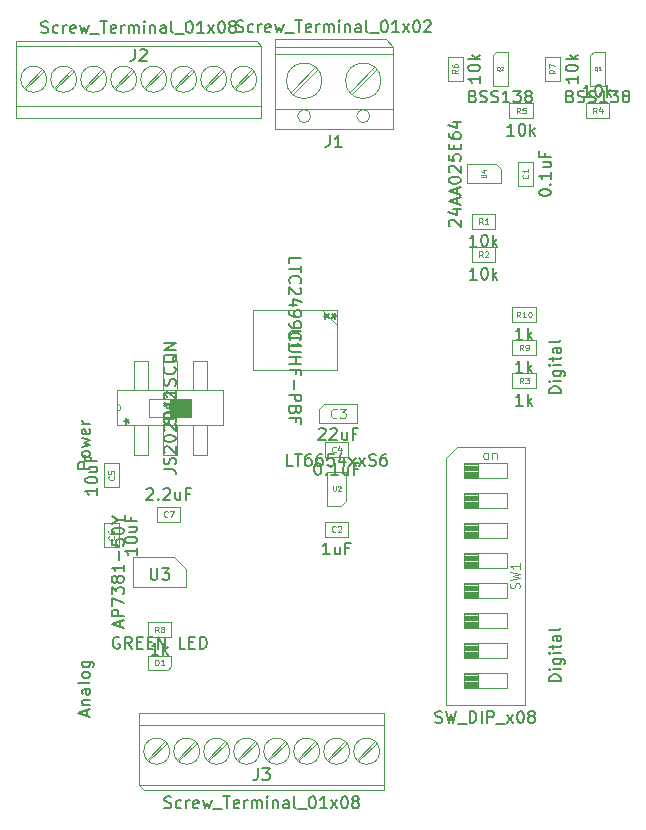
<source format=gbr>
G04 #@! TF.GenerationSoftware,KiCad,Pcbnew,6.0.2+dfsg-1*
G04 #@! TF.CreationDate,2024-05-29T15:52:29-06:00*
G04 #@! TF.ProjectId,ard-ltc2499,6172642d-6c74-4633-9234-39392e6b6963,rev?*
G04 #@! TF.SameCoordinates,Original*
G04 #@! TF.FileFunction,AssemblyDrawing,Top*
%FSLAX46Y46*%
G04 Gerber Fmt 4.6, Leading zero omitted, Abs format (unit mm)*
G04 Created by KiCad (PCBNEW 6.0.2+dfsg-1) date 2024-05-29 15:52:29*
%MOMM*%
%LPD*%
G01*
G04 APERTURE LIST*
%ADD10C,0.150000*%
%ADD11C,0.080000*%
%ADD12C,0.060000*%
%ADD13C,0.050000*%
%ADD14C,0.120000*%
%ADD15C,0.025400*%
%ADD16C,0.100000*%
G04 APERTURE END LIST*
D10*
X126690380Y-102941190D02*
X125690380Y-102941190D01*
X125690380Y-102560238D01*
X125738000Y-102465000D01*
X125785619Y-102417380D01*
X125880857Y-102369761D01*
X126023714Y-102369761D01*
X126118952Y-102417380D01*
X126166571Y-102465000D01*
X126214190Y-102560238D01*
X126214190Y-102941190D01*
X126690380Y-101798333D02*
X126642761Y-101893571D01*
X126595142Y-101941190D01*
X126499904Y-101988809D01*
X126214190Y-101988809D01*
X126118952Y-101941190D01*
X126071333Y-101893571D01*
X126023714Y-101798333D01*
X126023714Y-101655476D01*
X126071333Y-101560238D01*
X126118952Y-101512619D01*
X126214190Y-101465000D01*
X126499904Y-101465000D01*
X126595142Y-101512619D01*
X126642761Y-101560238D01*
X126690380Y-101655476D01*
X126690380Y-101798333D01*
X126023714Y-101131666D02*
X126690380Y-100941190D01*
X126214190Y-100750714D01*
X126690380Y-100560238D01*
X126023714Y-100369761D01*
X126642761Y-99607857D02*
X126690380Y-99703095D01*
X126690380Y-99893571D01*
X126642761Y-99988809D01*
X126547523Y-100036428D01*
X126166571Y-100036428D01*
X126071333Y-99988809D01*
X126023714Y-99893571D01*
X126023714Y-99703095D01*
X126071333Y-99607857D01*
X126166571Y-99560238D01*
X126261809Y-99560238D01*
X126357047Y-100036428D01*
X126690380Y-99131666D02*
X126023714Y-99131666D01*
X126214190Y-99131666D02*
X126118952Y-99084047D01*
X126071333Y-99036428D01*
X126023714Y-98941190D01*
X126023714Y-98845952D01*
X126404666Y-123848523D02*
X126404666Y-123372333D01*
X126690380Y-123943761D02*
X125690380Y-123610428D01*
X126690380Y-123277095D01*
X126023714Y-122943761D02*
X126690380Y-122943761D01*
X126118952Y-122943761D02*
X126071333Y-122896142D01*
X126023714Y-122800904D01*
X126023714Y-122658047D01*
X126071333Y-122562809D01*
X126166571Y-122515190D01*
X126690380Y-122515190D01*
X126690380Y-121610428D02*
X126166571Y-121610428D01*
X126071333Y-121658047D01*
X126023714Y-121753285D01*
X126023714Y-121943761D01*
X126071333Y-122039000D01*
X126642761Y-121610428D02*
X126690380Y-121705666D01*
X126690380Y-121943761D01*
X126642761Y-122039000D01*
X126547523Y-122086619D01*
X126452285Y-122086619D01*
X126357047Y-122039000D01*
X126309428Y-121943761D01*
X126309428Y-121705666D01*
X126261809Y-121610428D01*
X126690380Y-120991380D02*
X126642761Y-121086619D01*
X126547523Y-121134238D01*
X125690380Y-121134238D01*
X126690380Y-120467571D02*
X126642761Y-120562809D01*
X126595142Y-120610428D01*
X126499904Y-120658047D01*
X126214190Y-120658047D01*
X126118952Y-120610428D01*
X126071333Y-120562809D01*
X126023714Y-120467571D01*
X126023714Y-120324714D01*
X126071333Y-120229476D01*
X126118952Y-120181857D01*
X126214190Y-120134238D01*
X126499904Y-120134238D01*
X126595142Y-120181857D01*
X126642761Y-120229476D01*
X126690380Y-120324714D01*
X126690380Y-120467571D01*
X126023714Y-119277095D02*
X126833238Y-119277095D01*
X126928476Y-119324714D01*
X126976095Y-119372333D01*
X127023714Y-119467571D01*
X127023714Y-119610428D01*
X126976095Y-119705666D01*
X126642761Y-119277095D02*
X126690380Y-119372333D01*
X126690380Y-119562809D01*
X126642761Y-119658047D01*
X126595142Y-119705666D01*
X126499904Y-119753285D01*
X126214190Y-119753285D01*
X126118952Y-119705666D01*
X126071333Y-119658047D01*
X126023714Y-119562809D01*
X126023714Y-119372333D01*
X126071333Y-119277095D01*
X166568380Y-96551476D02*
X165568380Y-96551476D01*
X165568380Y-96313380D01*
X165616000Y-96170523D01*
X165711238Y-96075285D01*
X165806476Y-96027666D01*
X165996952Y-95980047D01*
X166139809Y-95980047D01*
X166330285Y-96027666D01*
X166425523Y-96075285D01*
X166520761Y-96170523D01*
X166568380Y-96313380D01*
X166568380Y-96551476D01*
X166568380Y-95551476D02*
X165901714Y-95551476D01*
X165568380Y-95551476D02*
X165616000Y-95599095D01*
X165663619Y-95551476D01*
X165616000Y-95503857D01*
X165568380Y-95551476D01*
X165663619Y-95551476D01*
X165901714Y-94646714D02*
X166711238Y-94646714D01*
X166806476Y-94694333D01*
X166854095Y-94741952D01*
X166901714Y-94837190D01*
X166901714Y-94980047D01*
X166854095Y-95075285D01*
X166520761Y-94646714D02*
X166568380Y-94741952D01*
X166568380Y-94932428D01*
X166520761Y-95027666D01*
X166473142Y-95075285D01*
X166377904Y-95122904D01*
X166092190Y-95122904D01*
X165996952Y-95075285D01*
X165949333Y-95027666D01*
X165901714Y-94932428D01*
X165901714Y-94741952D01*
X165949333Y-94646714D01*
X166568380Y-94170523D02*
X165901714Y-94170523D01*
X165568380Y-94170523D02*
X165616000Y-94218142D01*
X165663619Y-94170523D01*
X165616000Y-94122904D01*
X165568380Y-94170523D01*
X165663619Y-94170523D01*
X165901714Y-93837190D02*
X165901714Y-93456238D01*
X165568380Y-93694333D02*
X166425523Y-93694333D01*
X166520761Y-93646714D01*
X166568380Y-93551476D01*
X166568380Y-93456238D01*
X166568380Y-92694333D02*
X166044571Y-92694333D01*
X165949333Y-92741952D01*
X165901714Y-92837190D01*
X165901714Y-93027666D01*
X165949333Y-93122904D01*
X166520761Y-92694333D02*
X166568380Y-92789571D01*
X166568380Y-93027666D01*
X166520761Y-93122904D01*
X166425523Y-93170523D01*
X166330285Y-93170523D01*
X166235047Y-93122904D01*
X166187428Y-93027666D01*
X166187428Y-92789571D01*
X166139809Y-92694333D01*
X166568380Y-92075285D02*
X166520761Y-92170523D01*
X166425523Y-92218142D01*
X165568380Y-92218142D01*
X166568380Y-120935476D02*
X165568380Y-120935476D01*
X165568380Y-120697380D01*
X165616000Y-120554523D01*
X165711238Y-120459285D01*
X165806476Y-120411666D01*
X165996952Y-120364047D01*
X166139809Y-120364047D01*
X166330285Y-120411666D01*
X166425523Y-120459285D01*
X166520761Y-120554523D01*
X166568380Y-120697380D01*
X166568380Y-120935476D01*
X166568380Y-119935476D02*
X165901714Y-119935476D01*
X165568380Y-119935476D02*
X165616000Y-119983095D01*
X165663619Y-119935476D01*
X165616000Y-119887857D01*
X165568380Y-119935476D01*
X165663619Y-119935476D01*
X165901714Y-119030714D02*
X166711238Y-119030714D01*
X166806476Y-119078333D01*
X166854095Y-119125952D01*
X166901714Y-119221190D01*
X166901714Y-119364047D01*
X166854095Y-119459285D01*
X166520761Y-119030714D02*
X166568380Y-119125952D01*
X166568380Y-119316428D01*
X166520761Y-119411666D01*
X166473142Y-119459285D01*
X166377904Y-119506904D01*
X166092190Y-119506904D01*
X165996952Y-119459285D01*
X165949333Y-119411666D01*
X165901714Y-119316428D01*
X165901714Y-119125952D01*
X165949333Y-119030714D01*
X166568380Y-118554523D02*
X165901714Y-118554523D01*
X165568380Y-118554523D02*
X165616000Y-118602142D01*
X165663619Y-118554523D01*
X165616000Y-118506904D01*
X165568380Y-118554523D01*
X165663619Y-118554523D01*
X165901714Y-118221190D02*
X165901714Y-117840238D01*
X165568380Y-118078333D02*
X166425523Y-118078333D01*
X166520761Y-118030714D01*
X166568380Y-117935476D01*
X166568380Y-117840238D01*
X166568380Y-117078333D02*
X166044571Y-117078333D01*
X165949333Y-117125952D01*
X165901714Y-117221190D01*
X165901714Y-117411666D01*
X165949333Y-117506904D01*
X166520761Y-117078333D02*
X166568380Y-117173571D01*
X166568380Y-117411666D01*
X166520761Y-117506904D01*
X166425523Y-117554523D01*
X166330285Y-117554523D01*
X166235047Y-117506904D01*
X166187428Y-117411666D01*
X166187428Y-117173571D01*
X166139809Y-117078333D01*
X166568380Y-116459285D02*
X166520761Y-116554523D01*
X166425523Y-116602142D01*
X165568380Y-116602142D01*
X132929380Y-103004285D02*
X133643666Y-103004285D01*
X133786523Y-103051904D01*
X133881761Y-103147142D01*
X133929380Y-103290000D01*
X133929380Y-103385238D01*
X133881761Y-102575714D02*
X133929380Y-102432857D01*
X133929380Y-102194761D01*
X133881761Y-102099523D01*
X133834142Y-102051904D01*
X133738904Y-102004285D01*
X133643666Y-102004285D01*
X133548428Y-102051904D01*
X133500809Y-102099523D01*
X133453190Y-102194761D01*
X133405571Y-102385238D01*
X133357952Y-102480476D01*
X133310333Y-102528095D01*
X133215095Y-102575714D01*
X133119857Y-102575714D01*
X133024619Y-102528095D01*
X132977000Y-102480476D01*
X132929380Y-102385238D01*
X132929380Y-102147142D01*
X132977000Y-102004285D01*
X133024619Y-101623333D02*
X132977000Y-101575714D01*
X132929380Y-101480476D01*
X132929380Y-101242380D01*
X132977000Y-101147142D01*
X133024619Y-101099523D01*
X133119857Y-101051904D01*
X133215095Y-101051904D01*
X133357952Y-101099523D01*
X133929380Y-101670952D01*
X133929380Y-101051904D01*
X132929380Y-100432857D02*
X132929380Y-100337619D01*
X132977000Y-100242380D01*
X133024619Y-100194761D01*
X133119857Y-100147142D01*
X133310333Y-100099523D01*
X133548428Y-100099523D01*
X133738904Y-100147142D01*
X133834142Y-100194761D01*
X133881761Y-100242380D01*
X133929380Y-100337619D01*
X133929380Y-100432857D01*
X133881761Y-100528095D01*
X133834142Y-100575714D01*
X133738904Y-100623333D01*
X133548428Y-100670952D01*
X133310333Y-100670952D01*
X133119857Y-100623333D01*
X133024619Y-100575714D01*
X132977000Y-100528095D01*
X132929380Y-100432857D01*
X133024619Y-99718571D02*
X132977000Y-99670952D01*
X132929380Y-99575714D01*
X132929380Y-99337619D01*
X132977000Y-99242380D01*
X133024619Y-99194761D01*
X133119857Y-99147142D01*
X133215095Y-99147142D01*
X133357952Y-99194761D01*
X133929380Y-99766190D01*
X133929380Y-99147142D01*
X132929380Y-98528095D02*
X132929380Y-98432857D01*
X132977000Y-98337619D01*
X133024619Y-98290000D01*
X133119857Y-98242380D01*
X133310333Y-98194761D01*
X133548428Y-98194761D01*
X133738904Y-98242380D01*
X133834142Y-98290000D01*
X133881761Y-98337619D01*
X133929380Y-98432857D01*
X133929380Y-98528095D01*
X133881761Y-98623333D01*
X133834142Y-98670952D01*
X133738904Y-98718571D01*
X133548428Y-98766190D01*
X133310333Y-98766190D01*
X133119857Y-98718571D01*
X133024619Y-98670952D01*
X132977000Y-98623333D01*
X132929380Y-98528095D01*
X133929380Y-97242380D02*
X133929380Y-97813809D01*
X133929380Y-97528095D02*
X132929380Y-97528095D01*
X133072238Y-97623333D01*
X133167476Y-97718571D01*
X133215095Y-97813809D01*
X133929380Y-96290000D02*
X133929380Y-96861428D01*
X133929380Y-96575714D02*
X132929380Y-96575714D01*
X133072238Y-96670952D01*
X133167476Y-96766190D01*
X133215095Y-96861428D01*
X133881761Y-95909047D02*
X133929380Y-95766190D01*
X133929380Y-95528095D01*
X133881761Y-95432857D01*
X133834142Y-95385238D01*
X133738904Y-95337619D01*
X133643666Y-95337619D01*
X133548428Y-95385238D01*
X133500809Y-95432857D01*
X133453190Y-95528095D01*
X133405571Y-95718571D01*
X133357952Y-95813809D01*
X133310333Y-95861428D01*
X133215095Y-95909047D01*
X133119857Y-95909047D01*
X133024619Y-95861428D01*
X132977000Y-95813809D01*
X132929380Y-95718571D01*
X132929380Y-95480476D01*
X132977000Y-95337619D01*
X133834142Y-94337619D02*
X133881761Y-94385238D01*
X133929380Y-94528095D01*
X133929380Y-94623333D01*
X133881761Y-94766190D01*
X133786523Y-94861428D01*
X133691285Y-94909047D01*
X133500809Y-94956666D01*
X133357952Y-94956666D01*
X133167476Y-94909047D01*
X133072238Y-94861428D01*
X132977000Y-94766190D01*
X132929380Y-94623333D01*
X132929380Y-94528095D01*
X132977000Y-94385238D01*
X133024619Y-94337619D01*
X134024619Y-93242380D02*
X133977000Y-93337619D01*
X133881761Y-93432857D01*
X133738904Y-93575714D01*
X133691285Y-93670952D01*
X133691285Y-93766190D01*
X133929380Y-93718571D02*
X133881761Y-93813809D01*
X133786523Y-93909047D01*
X133596047Y-93956666D01*
X133262714Y-93956666D01*
X133072238Y-93909047D01*
X132977000Y-93813809D01*
X132929380Y-93718571D01*
X132929380Y-93528095D01*
X132977000Y-93432857D01*
X133072238Y-93337619D01*
X133262714Y-93290000D01*
X133596047Y-93290000D01*
X133786523Y-93337619D01*
X133881761Y-93432857D01*
X133929380Y-93528095D01*
X133929380Y-93718571D01*
X133929380Y-92861428D02*
X132929380Y-92861428D01*
X133929380Y-92290000D01*
X132929380Y-92290000D01*
X133881761Y-99123333D02*
X133929380Y-98980476D01*
X133929380Y-98742380D01*
X133881761Y-98647142D01*
X133834142Y-98599523D01*
X133738904Y-98551904D01*
X133643666Y-98551904D01*
X133548428Y-98599523D01*
X133500809Y-98647142D01*
X133453190Y-98742380D01*
X133405571Y-98932857D01*
X133357952Y-99028095D01*
X133310333Y-99075714D01*
X133215095Y-99123333D01*
X133119857Y-99123333D01*
X133024619Y-99075714D01*
X132977000Y-99028095D01*
X132929380Y-98932857D01*
X132929380Y-98694761D01*
X132977000Y-98551904D01*
X132929380Y-98218571D02*
X133929380Y-97980476D01*
X133215095Y-97790000D01*
X133929380Y-97599523D01*
X132929380Y-97361428D01*
X133024619Y-97028095D02*
X132977000Y-96980476D01*
X132929380Y-96885238D01*
X132929380Y-96647142D01*
X132977000Y-96551904D01*
X133024619Y-96504285D01*
X133119857Y-96456666D01*
X133215095Y-96456666D01*
X133357952Y-96504285D01*
X133929380Y-97075714D01*
X133929380Y-96456666D01*
X129565780Y-98907600D02*
X129803876Y-98907600D01*
X129708638Y-99145695D02*
X129803876Y-98907600D01*
X129708638Y-98669504D01*
X129994352Y-99050457D02*
X129803876Y-98907600D01*
X129994352Y-98764742D01*
X129565780Y-98907600D02*
X129803876Y-98907600D01*
X129708638Y-99145695D02*
X129803876Y-98907600D01*
X129708638Y-98669504D01*
X129994352Y-99050457D02*
X129803876Y-98907600D01*
X129994352Y-98764742D01*
X159424761Y-84138880D02*
X158853333Y-84138880D01*
X159139047Y-84138880D02*
X159139047Y-83138880D01*
X159043809Y-83281738D01*
X158948571Y-83376976D01*
X158853333Y-83424595D01*
X160043809Y-83138880D02*
X160139047Y-83138880D01*
X160234285Y-83186500D01*
X160281904Y-83234119D01*
X160329523Y-83329357D01*
X160377142Y-83519833D01*
X160377142Y-83757928D01*
X160329523Y-83948404D01*
X160281904Y-84043642D01*
X160234285Y-84091261D01*
X160139047Y-84138880D01*
X160043809Y-84138880D01*
X159948571Y-84091261D01*
X159900952Y-84043642D01*
X159853333Y-83948404D01*
X159805714Y-83757928D01*
X159805714Y-83519833D01*
X159853333Y-83329357D01*
X159900952Y-83234119D01*
X159948571Y-83186500D01*
X160043809Y-83138880D01*
X160805714Y-84138880D02*
X160805714Y-83138880D01*
X160900952Y-83757928D02*
X161186666Y-84138880D01*
X161186666Y-83472214D02*
X160805714Y-83853166D01*
D11*
X159936666Y-82262690D02*
X159770000Y-82024595D01*
X159650952Y-82262690D02*
X159650952Y-81762690D01*
X159841428Y-81762690D01*
X159889047Y-81786500D01*
X159912857Y-81810309D01*
X159936666Y-81857928D01*
X159936666Y-81929357D01*
X159912857Y-81976976D01*
X159889047Y-82000785D01*
X159841428Y-82024595D01*
X159650952Y-82024595D01*
X160412857Y-82262690D02*
X160127142Y-82262690D01*
X160270000Y-82262690D02*
X160270000Y-81762690D01*
X160222380Y-81834119D01*
X160174761Y-81881738D01*
X160127142Y-81905547D01*
D10*
X167964380Y-69683238D02*
X167964380Y-70254666D01*
X167964380Y-69968952D02*
X166964380Y-69968952D01*
X167107238Y-70064190D01*
X167202476Y-70159428D01*
X167250095Y-70254666D01*
X166964380Y-69064190D02*
X166964380Y-68968952D01*
X167012000Y-68873714D01*
X167059619Y-68826095D01*
X167154857Y-68778476D01*
X167345333Y-68730857D01*
X167583428Y-68730857D01*
X167773904Y-68778476D01*
X167869142Y-68826095D01*
X167916761Y-68873714D01*
X167964380Y-68968952D01*
X167964380Y-69064190D01*
X167916761Y-69159428D01*
X167869142Y-69207047D01*
X167773904Y-69254666D01*
X167583428Y-69302285D01*
X167345333Y-69302285D01*
X167154857Y-69254666D01*
X167059619Y-69207047D01*
X167012000Y-69159428D01*
X166964380Y-69064190D01*
X167964380Y-68302285D02*
X166964380Y-68302285D01*
X167583428Y-68207047D02*
X167964380Y-67921333D01*
X167297714Y-67921333D02*
X167678666Y-68302285D01*
D11*
X166088190Y-69171333D02*
X165850095Y-69338000D01*
X166088190Y-69457047D02*
X165588190Y-69457047D01*
X165588190Y-69266571D01*
X165612000Y-69218952D01*
X165635809Y-69195142D01*
X165683428Y-69171333D01*
X165754857Y-69171333D01*
X165802476Y-69195142D01*
X165826285Y-69218952D01*
X165850095Y-69266571D01*
X165850095Y-69457047D01*
X165588190Y-69004666D02*
X165588190Y-68671333D01*
X166088190Y-68885619D01*
D10*
X157167619Y-82424880D02*
X157120000Y-82377261D01*
X157072380Y-82282023D01*
X157072380Y-82043928D01*
X157120000Y-81948690D01*
X157167619Y-81901071D01*
X157262857Y-81853452D01*
X157358095Y-81853452D01*
X157500952Y-81901071D01*
X158072380Y-82472500D01*
X158072380Y-81853452D01*
X157405714Y-80996309D02*
X158072380Y-80996309D01*
X157024761Y-81234404D02*
X157739047Y-81472500D01*
X157739047Y-80853452D01*
X157786666Y-80520119D02*
X157786666Y-80043928D01*
X158072380Y-80615357D02*
X157072380Y-80282023D01*
X158072380Y-79948690D01*
X157786666Y-79662976D02*
X157786666Y-79186785D01*
X158072380Y-79758214D02*
X157072380Y-79424880D01*
X158072380Y-79091547D01*
X157072380Y-78567738D02*
X157072380Y-78472500D01*
X157120000Y-78377261D01*
X157167619Y-78329642D01*
X157262857Y-78282023D01*
X157453333Y-78234404D01*
X157691428Y-78234404D01*
X157881904Y-78282023D01*
X157977142Y-78329642D01*
X158024761Y-78377261D01*
X158072380Y-78472500D01*
X158072380Y-78567738D01*
X158024761Y-78662976D01*
X157977142Y-78710595D01*
X157881904Y-78758214D01*
X157691428Y-78805833D01*
X157453333Y-78805833D01*
X157262857Y-78758214D01*
X157167619Y-78710595D01*
X157120000Y-78662976D01*
X157072380Y-78567738D01*
X157167619Y-77853452D02*
X157120000Y-77805833D01*
X157072380Y-77710595D01*
X157072380Y-77472500D01*
X157120000Y-77377261D01*
X157167619Y-77329642D01*
X157262857Y-77282023D01*
X157358095Y-77282023D01*
X157500952Y-77329642D01*
X158072380Y-77901071D01*
X158072380Y-77282023D01*
X157072380Y-76377261D02*
X157072380Y-76853452D01*
X157548571Y-76901071D01*
X157500952Y-76853452D01*
X157453333Y-76758214D01*
X157453333Y-76520119D01*
X157500952Y-76424880D01*
X157548571Y-76377261D01*
X157643809Y-76329642D01*
X157881904Y-76329642D01*
X157977142Y-76377261D01*
X158024761Y-76424880D01*
X158072380Y-76520119D01*
X158072380Y-76758214D01*
X158024761Y-76853452D01*
X157977142Y-76901071D01*
X157548571Y-75901071D02*
X157548571Y-75567738D01*
X158072380Y-75424880D02*
X158072380Y-75901071D01*
X157072380Y-75901071D01*
X157072380Y-75424880D01*
X157072380Y-74567738D02*
X157072380Y-74758214D01*
X157120000Y-74853452D01*
X157167619Y-74901071D01*
X157310476Y-74996309D01*
X157500952Y-75043928D01*
X157881904Y-75043928D01*
X157977142Y-74996309D01*
X158024761Y-74948690D01*
X158072380Y-74853452D01*
X158072380Y-74662976D01*
X158024761Y-74567738D01*
X157977142Y-74520119D01*
X157881904Y-74472500D01*
X157643809Y-74472500D01*
X157548571Y-74520119D01*
X157500952Y-74567738D01*
X157453333Y-74662976D01*
X157453333Y-74853452D01*
X157500952Y-74948690D01*
X157548571Y-74996309D01*
X157643809Y-75043928D01*
X157405714Y-73615357D02*
X158072380Y-73615357D01*
X157024761Y-73853452D02*
X157739047Y-74091547D01*
X157739047Y-73472500D01*
D12*
X159800952Y-78277261D02*
X160124761Y-78277261D01*
X160162857Y-78258214D01*
X160181904Y-78239166D01*
X160200952Y-78201071D01*
X160200952Y-78124880D01*
X160181904Y-78086785D01*
X160162857Y-78067738D01*
X160124761Y-78048690D01*
X159800952Y-78048690D01*
X159934285Y-77686785D02*
X160200952Y-77686785D01*
X159781904Y-77782023D02*
X160067619Y-77877261D01*
X160067619Y-77629642D01*
D10*
X162599761Y-74746380D02*
X162028333Y-74746380D01*
X162314047Y-74746380D02*
X162314047Y-73746380D01*
X162218809Y-73889238D01*
X162123571Y-73984476D01*
X162028333Y-74032095D01*
X163218809Y-73746380D02*
X163314047Y-73746380D01*
X163409285Y-73794000D01*
X163456904Y-73841619D01*
X163504523Y-73936857D01*
X163552142Y-74127333D01*
X163552142Y-74365428D01*
X163504523Y-74555904D01*
X163456904Y-74651142D01*
X163409285Y-74698761D01*
X163314047Y-74746380D01*
X163218809Y-74746380D01*
X163123571Y-74698761D01*
X163075952Y-74651142D01*
X163028333Y-74555904D01*
X162980714Y-74365428D01*
X162980714Y-74127333D01*
X163028333Y-73936857D01*
X163075952Y-73841619D01*
X163123571Y-73794000D01*
X163218809Y-73746380D01*
X163980714Y-74746380D02*
X163980714Y-73746380D01*
X164075952Y-74365428D02*
X164361666Y-74746380D01*
X164361666Y-74079714D02*
X163980714Y-74460666D01*
D11*
X163111666Y-72870190D02*
X162945000Y-72632095D01*
X162825952Y-72870190D02*
X162825952Y-72370190D01*
X163016428Y-72370190D01*
X163064047Y-72394000D01*
X163087857Y-72417809D01*
X163111666Y-72465428D01*
X163111666Y-72536857D01*
X163087857Y-72584476D01*
X163064047Y-72608285D01*
X163016428Y-72632095D01*
X162825952Y-72632095D01*
X163564047Y-72370190D02*
X163325952Y-72370190D01*
X163302142Y-72608285D01*
X163325952Y-72584476D01*
X163373571Y-72560666D01*
X163492619Y-72560666D01*
X163540238Y-72584476D01*
X163564047Y-72608285D01*
X163587857Y-72655904D01*
X163587857Y-72774952D01*
X163564047Y-72822571D01*
X163540238Y-72846380D01*
X163492619Y-72870190D01*
X163373571Y-72870190D01*
X163325952Y-72846380D01*
X163302142Y-72822571D01*
D10*
X143565619Y-85575000D02*
X143565619Y-85098809D01*
X144565619Y-85098809D01*
X144565619Y-85765476D02*
X144565619Y-86336904D01*
X143565619Y-86051190D02*
X144565619Y-86051190D01*
X143660857Y-87241666D02*
X143613238Y-87194047D01*
X143565619Y-87051190D01*
X143565619Y-86955952D01*
X143613238Y-86813095D01*
X143708476Y-86717857D01*
X143803714Y-86670238D01*
X143994190Y-86622619D01*
X144137047Y-86622619D01*
X144327523Y-86670238D01*
X144422761Y-86717857D01*
X144518000Y-86813095D01*
X144565619Y-86955952D01*
X144565619Y-87051190D01*
X144518000Y-87194047D01*
X144470380Y-87241666D01*
X144470380Y-87622619D02*
X144518000Y-87670238D01*
X144565619Y-87765476D01*
X144565619Y-88003571D01*
X144518000Y-88098809D01*
X144470380Y-88146428D01*
X144375142Y-88194047D01*
X144279904Y-88194047D01*
X144137047Y-88146428D01*
X143565619Y-87575000D01*
X143565619Y-88194047D01*
X144232285Y-89051190D02*
X143565619Y-89051190D01*
X144613238Y-88813095D02*
X143898952Y-88575000D01*
X143898952Y-89194047D01*
X143565619Y-89622619D02*
X143565619Y-89813095D01*
X143613238Y-89908333D01*
X143660857Y-89955952D01*
X143803714Y-90051190D01*
X143994190Y-90098809D01*
X144375142Y-90098809D01*
X144470380Y-90051190D01*
X144518000Y-90003571D01*
X144565619Y-89908333D01*
X144565619Y-89717857D01*
X144518000Y-89622619D01*
X144470380Y-89575000D01*
X144375142Y-89527380D01*
X144137047Y-89527380D01*
X144041809Y-89575000D01*
X143994190Y-89622619D01*
X143946571Y-89717857D01*
X143946571Y-89908333D01*
X143994190Y-90003571D01*
X144041809Y-90051190D01*
X144137047Y-90098809D01*
X143565619Y-90575000D02*
X143565619Y-90765476D01*
X143613238Y-90860714D01*
X143660857Y-90908333D01*
X143803714Y-91003571D01*
X143994190Y-91051190D01*
X144375142Y-91051190D01*
X144470380Y-91003571D01*
X144518000Y-90955952D01*
X144565619Y-90860714D01*
X144565619Y-90670238D01*
X144518000Y-90575000D01*
X144470380Y-90527380D01*
X144375142Y-90479761D01*
X144137047Y-90479761D01*
X144041809Y-90527380D01*
X143994190Y-90575000D01*
X143946571Y-90670238D01*
X143946571Y-90860714D01*
X143994190Y-90955952D01*
X144041809Y-91003571D01*
X144137047Y-91051190D01*
X143660857Y-92051190D02*
X143613238Y-92003571D01*
X143565619Y-91860714D01*
X143565619Y-91765476D01*
X143613238Y-91622619D01*
X143708476Y-91527380D01*
X143803714Y-91479761D01*
X143994190Y-91432142D01*
X144137047Y-91432142D01*
X144327523Y-91479761D01*
X144422761Y-91527380D01*
X144518000Y-91622619D01*
X144565619Y-91765476D01*
X144565619Y-91860714D01*
X144518000Y-92003571D01*
X144470380Y-92051190D01*
X144565619Y-92479761D02*
X143756095Y-92479761D01*
X143660857Y-92527380D01*
X143613238Y-92575000D01*
X143565619Y-92670238D01*
X143565619Y-92860714D01*
X143613238Y-92955952D01*
X143660857Y-93003571D01*
X143756095Y-93051190D01*
X144565619Y-93051190D01*
X143565619Y-93527380D02*
X144565619Y-93527380D01*
X144089428Y-93527380D02*
X144089428Y-94098809D01*
X143565619Y-94098809D02*
X144565619Y-94098809D01*
X144089428Y-94908333D02*
X144089428Y-94575000D01*
X143565619Y-94575000D02*
X144565619Y-94575000D01*
X144565619Y-95051190D01*
X143946571Y-95432142D02*
X143946571Y-96194047D01*
X143565619Y-96670238D02*
X144565619Y-96670238D01*
X144565619Y-97051190D01*
X144518000Y-97146428D01*
X144470380Y-97194047D01*
X144375142Y-97241666D01*
X144232285Y-97241666D01*
X144137047Y-97194047D01*
X144089428Y-97146428D01*
X144041809Y-97051190D01*
X144041809Y-96670238D01*
X144089428Y-98003571D02*
X144041809Y-98146428D01*
X143994190Y-98194047D01*
X143898952Y-98241666D01*
X143756095Y-98241666D01*
X143660857Y-98194047D01*
X143613238Y-98146428D01*
X143565619Y-98051190D01*
X143565619Y-97670238D01*
X144565619Y-97670238D01*
X144565619Y-98003571D01*
X144518000Y-98098809D01*
X144470380Y-98146428D01*
X144375142Y-98194047D01*
X144279904Y-98194047D01*
X144184666Y-98146428D01*
X144137047Y-98098809D01*
X144089428Y-98003571D01*
X144089428Y-97670238D01*
X144089428Y-99003571D02*
X144089428Y-98670238D01*
X143565619Y-98670238D02*
X144565619Y-98670238D01*
X144565619Y-99146428D01*
X147565619Y-90025000D02*
X147327523Y-90025000D01*
X147422761Y-89786904D02*
X147327523Y-90025000D01*
X147422761Y-90263095D01*
X147137047Y-89882142D02*
X147327523Y-90025000D01*
X147137047Y-90167857D01*
X144565619Y-91313095D02*
X143756095Y-91313095D01*
X143660857Y-91360714D01*
X143613238Y-91408333D01*
X143565619Y-91503571D01*
X143565619Y-91694047D01*
X143613238Y-91789285D01*
X143660857Y-91836904D01*
X143756095Y-91884523D01*
X144565619Y-91884523D01*
X143565619Y-92884523D02*
X143565619Y-92313095D01*
X143565619Y-92598809D02*
X144565619Y-92598809D01*
X144422761Y-92503571D01*
X144327523Y-92408333D01*
X144279904Y-92313095D01*
X146470380Y-90025000D02*
X146708476Y-90025000D01*
X146613238Y-90263095D02*
X146708476Y-90025000D01*
X146613238Y-89786904D01*
X146898952Y-90167857D02*
X146708476Y-90025000D01*
X146898952Y-89882142D01*
X146978761Y-110209380D02*
X146407333Y-110209380D01*
X146693047Y-110209380D02*
X146693047Y-109209380D01*
X146597809Y-109352238D01*
X146502571Y-109447476D01*
X146407333Y-109495095D01*
X147835904Y-109542714D02*
X147835904Y-110209380D01*
X147407333Y-109542714D02*
X147407333Y-110066523D01*
X147454952Y-110161761D01*
X147550190Y-110209380D01*
X147693047Y-110209380D01*
X147788285Y-110161761D01*
X147835904Y-110114142D01*
X148645428Y-109685571D02*
X148312095Y-109685571D01*
X148312095Y-110209380D02*
X148312095Y-109209380D01*
X148788285Y-109209380D01*
D11*
X147490666Y-108255571D02*
X147466857Y-108279380D01*
X147395428Y-108303190D01*
X147347809Y-108303190D01*
X147276380Y-108279380D01*
X147228761Y-108231761D01*
X147204952Y-108184142D01*
X147181142Y-108088904D01*
X147181142Y-108017476D01*
X147204952Y-107922238D01*
X147228761Y-107874619D01*
X147276380Y-107827000D01*
X147347809Y-107803190D01*
X147395428Y-107803190D01*
X147466857Y-107827000D01*
X147490666Y-107850809D01*
X147681142Y-107850809D02*
X147704952Y-107827000D01*
X147752571Y-107803190D01*
X147871619Y-107803190D01*
X147919238Y-107827000D01*
X147943047Y-107850809D01*
X147966857Y-107898428D01*
X147966857Y-107946047D01*
X147943047Y-108017476D01*
X147657333Y-108303190D01*
X147966857Y-108303190D01*
D10*
X159107476Y-71416571D02*
X159250333Y-71464190D01*
X159297952Y-71511809D01*
X159345571Y-71607047D01*
X159345571Y-71749904D01*
X159297952Y-71845142D01*
X159250333Y-71892761D01*
X159155095Y-71940380D01*
X158774142Y-71940380D01*
X158774142Y-70940380D01*
X159107476Y-70940380D01*
X159202714Y-70988000D01*
X159250333Y-71035619D01*
X159297952Y-71130857D01*
X159297952Y-71226095D01*
X159250333Y-71321333D01*
X159202714Y-71368952D01*
X159107476Y-71416571D01*
X158774142Y-71416571D01*
X159726523Y-71892761D02*
X159869380Y-71940380D01*
X160107476Y-71940380D01*
X160202714Y-71892761D01*
X160250333Y-71845142D01*
X160297952Y-71749904D01*
X160297952Y-71654666D01*
X160250333Y-71559428D01*
X160202714Y-71511809D01*
X160107476Y-71464190D01*
X159917000Y-71416571D01*
X159821761Y-71368952D01*
X159774142Y-71321333D01*
X159726523Y-71226095D01*
X159726523Y-71130857D01*
X159774142Y-71035619D01*
X159821761Y-70988000D01*
X159917000Y-70940380D01*
X160155095Y-70940380D01*
X160297952Y-70988000D01*
X160678904Y-71892761D02*
X160821761Y-71940380D01*
X161059857Y-71940380D01*
X161155095Y-71892761D01*
X161202714Y-71845142D01*
X161250333Y-71749904D01*
X161250333Y-71654666D01*
X161202714Y-71559428D01*
X161155095Y-71511809D01*
X161059857Y-71464190D01*
X160869380Y-71416571D01*
X160774142Y-71368952D01*
X160726523Y-71321333D01*
X160678904Y-71226095D01*
X160678904Y-71130857D01*
X160726523Y-71035619D01*
X160774142Y-70988000D01*
X160869380Y-70940380D01*
X161107476Y-70940380D01*
X161250333Y-70988000D01*
X162202714Y-71940380D02*
X161631285Y-71940380D01*
X161917000Y-71940380D02*
X161917000Y-70940380D01*
X161821761Y-71083238D01*
X161726523Y-71178476D01*
X161631285Y-71226095D01*
X162536047Y-70940380D02*
X163155095Y-70940380D01*
X162821761Y-71321333D01*
X162964619Y-71321333D01*
X163059857Y-71368952D01*
X163107476Y-71416571D01*
X163155095Y-71511809D01*
X163155095Y-71749904D01*
X163107476Y-71845142D01*
X163059857Y-71892761D01*
X162964619Y-71940380D01*
X162678904Y-71940380D01*
X162583666Y-71892761D01*
X162536047Y-71845142D01*
X163726523Y-71368952D02*
X163631285Y-71321333D01*
X163583666Y-71273714D01*
X163536047Y-71178476D01*
X163536047Y-71130857D01*
X163583666Y-71035619D01*
X163631285Y-70988000D01*
X163726523Y-70940380D01*
X163917000Y-70940380D01*
X164012238Y-70988000D01*
X164059857Y-71035619D01*
X164107476Y-71130857D01*
X164107476Y-71178476D01*
X164059857Y-71273714D01*
X164012238Y-71321333D01*
X163917000Y-71368952D01*
X163726523Y-71368952D01*
X163631285Y-71416571D01*
X163583666Y-71464190D01*
X163536047Y-71559428D01*
X163536047Y-71749904D01*
X163583666Y-71845142D01*
X163631285Y-71892761D01*
X163726523Y-71940380D01*
X163917000Y-71940380D01*
X164012238Y-71892761D01*
X164059857Y-71845142D01*
X164107476Y-71749904D01*
X164107476Y-71559428D01*
X164059857Y-71464190D01*
X164012238Y-71416571D01*
X163917000Y-71368952D01*
D13*
X161386523Y-69263238D02*
X161356047Y-69248000D01*
X161325571Y-69217523D01*
X161279857Y-69171809D01*
X161249380Y-69156571D01*
X161218904Y-69156571D01*
X161234142Y-69232761D02*
X161203666Y-69217523D01*
X161173190Y-69187047D01*
X161157952Y-69126095D01*
X161157952Y-69019428D01*
X161173190Y-68958476D01*
X161203666Y-68928000D01*
X161234142Y-68912761D01*
X161295095Y-68912761D01*
X161325571Y-68928000D01*
X161356047Y-68958476D01*
X161371285Y-69019428D01*
X161371285Y-69126095D01*
X161356047Y-69187047D01*
X161325571Y-69217523D01*
X161295095Y-69232761D01*
X161234142Y-69232761D01*
X161493190Y-68943238D02*
X161508428Y-68928000D01*
X161538904Y-68912761D01*
X161615095Y-68912761D01*
X161645571Y-68928000D01*
X161660809Y-68943238D01*
X161676047Y-68973714D01*
X161676047Y-69004190D01*
X161660809Y-69049904D01*
X161477952Y-69232761D01*
X161676047Y-69232761D01*
D10*
X164708380Y-79615357D02*
X164708380Y-79520119D01*
X164756000Y-79424880D01*
X164803619Y-79377261D01*
X164898857Y-79329642D01*
X165089333Y-79282023D01*
X165327428Y-79282023D01*
X165517904Y-79329642D01*
X165613142Y-79377261D01*
X165660761Y-79424880D01*
X165708380Y-79520119D01*
X165708380Y-79615357D01*
X165660761Y-79710595D01*
X165613142Y-79758214D01*
X165517904Y-79805833D01*
X165327428Y-79853452D01*
X165089333Y-79853452D01*
X164898857Y-79805833D01*
X164803619Y-79758214D01*
X164756000Y-79710595D01*
X164708380Y-79615357D01*
X165613142Y-78853452D02*
X165660761Y-78805833D01*
X165708380Y-78853452D01*
X165660761Y-78901071D01*
X165613142Y-78853452D01*
X165708380Y-78853452D01*
X165708380Y-77853452D02*
X165708380Y-78424880D01*
X165708380Y-78139166D02*
X164708380Y-78139166D01*
X164851238Y-78234404D01*
X164946476Y-78329642D01*
X164994095Y-78424880D01*
X165041714Y-76996309D02*
X165708380Y-76996309D01*
X165041714Y-77424880D02*
X165565523Y-77424880D01*
X165660761Y-77377261D01*
X165708380Y-77282023D01*
X165708380Y-77139166D01*
X165660761Y-77043928D01*
X165613142Y-76996309D01*
X165184571Y-76186785D02*
X165184571Y-76520119D01*
X165708380Y-76520119D02*
X164708380Y-76520119D01*
X164708380Y-76043928D01*
D11*
X163754571Y-78055833D02*
X163778380Y-78079642D01*
X163802190Y-78151071D01*
X163802190Y-78198690D01*
X163778380Y-78270119D01*
X163730761Y-78317738D01*
X163683142Y-78341547D01*
X163587904Y-78365357D01*
X163516476Y-78365357D01*
X163421238Y-78341547D01*
X163373619Y-78317738D01*
X163326000Y-78270119D01*
X163302190Y-78198690D01*
X163302190Y-78151071D01*
X163326000Y-78079642D01*
X163349809Y-78055833D01*
X163802190Y-77579642D02*
X163802190Y-77865357D01*
X163802190Y-77722500D02*
X163302190Y-77722500D01*
X163373619Y-77770119D01*
X163421238Y-77817738D01*
X163445047Y-77865357D01*
D10*
X139081899Y-65948761D02*
X139224756Y-65996380D01*
X139462852Y-65996380D01*
X139558090Y-65948761D01*
X139605709Y-65901142D01*
X139653328Y-65805904D01*
X139653328Y-65710666D01*
X139605709Y-65615428D01*
X139558090Y-65567809D01*
X139462852Y-65520190D01*
X139272375Y-65472571D01*
X139177137Y-65424952D01*
X139129518Y-65377333D01*
X139081899Y-65282095D01*
X139081899Y-65186857D01*
X139129518Y-65091619D01*
X139177137Y-65044000D01*
X139272375Y-64996380D01*
X139510471Y-64996380D01*
X139653328Y-65044000D01*
X140510471Y-65948761D02*
X140415233Y-65996380D01*
X140224756Y-65996380D01*
X140129518Y-65948761D01*
X140081899Y-65901142D01*
X140034280Y-65805904D01*
X140034280Y-65520190D01*
X140081899Y-65424952D01*
X140129518Y-65377333D01*
X140224756Y-65329714D01*
X140415233Y-65329714D01*
X140510471Y-65377333D01*
X140939042Y-65996380D02*
X140939042Y-65329714D01*
X140939042Y-65520190D02*
X140986661Y-65424952D01*
X141034280Y-65377333D01*
X141129518Y-65329714D01*
X141224756Y-65329714D01*
X141939042Y-65948761D02*
X141843804Y-65996380D01*
X141653328Y-65996380D01*
X141558090Y-65948761D01*
X141510471Y-65853523D01*
X141510471Y-65472571D01*
X141558090Y-65377333D01*
X141653328Y-65329714D01*
X141843804Y-65329714D01*
X141939042Y-65377333D01*
X141986661Y-65472571D01*
X141986661Y-65567809D01*
X141510471Y-65663047D01*
X142319995Y-65329714D02*
X142510471Y-65996380D01*
X142700947Y-65520190D01*
X142891423Y-65996380D01*
X143081899Y-65329714D01*
X143224756Y-66091619D02*
X143986661Y-66091619D01*
X144081899Y-64996380D02*
X144653328Y-64996380D01*
X144367614Y-65996380D02*
X144367614Y-64996380D01*
X145367614Y-65948761D02*
X145272375Y-65996380D01*
X145081899Y-65996380D01*
X144986661Y-65948761D01*
X144939042Y-65853523D01*
X144939042Y-65472571D01*
X144986661Y-65377333D01*
X145081899Y-65329714D01*
X145272375Y-65329714D01*
X145367614Y-65377333D01*
X145415233Y-65472571D01*
X145415233Y-65567809D01*
X144939042Y-65663047D01*
X145843804Y-65996380D02*
X145843804Y-65329714D01*
X145843804Y-65520190D02*
X145891423Y-65424952D01*
X145939042Y-65377333D01*
X146034280Y-65329714D01*
X146129518Y-65329714D01*
X146462852Y-65996380D02*
X146462852Y-65329714D01*
X146462852Y-65424952D02*
X146510471Y-65377333D01*
X146605709Y-65329714D01*
X146748566Y-65329714D01*
X146843804Y-65377333D01*
X146891423Y-65472571D01*
X146891423Y-65996380D01*
X146891423Y-65472571D02*
X146939042Y-65377333D01*
X147034280Y-65329714D01*
X147177137Y-65329714D01*
X147272375Y-65377333D01*
X147319995Y-65472571D01*
X147319995Y-65996380D01*
X147796185Y-65996380D02*
X147796185Y-65329714D01*
X147796185Y-64996380D02*
X147748566Y-65044000D01*
X147796185Y-65091619D01*
X147843804Y-65044000D01*
X147796185Y-64996380D01*
X147796185Y-65091619D01*
X148272375Y-65329714D02*
X148272375Y-65996380D01*
X148272375Y-65424952D02*
X148319995Y-65377333D01*
X148415233Y-65329714D01*
X148558090Y-65329714D01*
X148653328Y-65377333D01*
X148700947Y-65472571D01*
X148700947Y-65996380D01*
X149605709Y-65996380D02*
X149605709Y-65472571D01*
X149558090Y-65377333D01*
X149462852Y-65329714D01*
X149272375Y-65329714D01*
X149177137Y-65377333D01*
X149605709Y-65948761D02*
X149510471Y-65996380D01*
X149272375Y-65996380D01*
X149177137Y-65948761D01*
X149129518Y-65853523D01*
X149129518Y-65758285D01*
X149177137Y-65663047D01*
X149272375Y-65615428D01*
X149510471Y-65615428D01*
X149605709Y-65567809D01*
X150224756Y-65996380D02*
X150129518Y-65948761D01*
X150081899Y-65853523D01*
X150081899Y-64996380D01*
X150367614Y-66091619D02*
X151129518Y-66091619D01*
X151558090Y-64996380D02*
X151653328Y-64996380D01*
X151748566Y-65044000D01*
X151796185Y-65091619D01*
X151843804Y-65186857D01*
X151891423Y-65377333D01*
X151891423Y-65615428D01*
X151843804Y-65805904D01*
X151796185Y-65901142D01*
X151748566Y-65948761D01*
X151653328Y-65996380D01*
X151558090Y-65996380D01*
X151462852Y-65948761D01*
X151415233Y-65901142D01*
X151367614Y-65805904D01*
X151319995Y-65615428D01*
X151319995Y-65377333D01*
X151367614Y-65186857D01*
X151415233Y-65091619D01*
X151462852Y-65044000D01*
X151558090Y-64996380D01*
X152843804Y-65996380D02*
X152272375Y-65996380D01*
X152558090Y-65996380D02*
X152558090Y-64996380D01*
X152462852Y-65139238D01*
X152367614Y-65234476D01*
X152272375Y-65282095D01*
X153177137Y-65996380D02*
X153700947Y-65329714D01*
X153177137Y-65329714D02*
X153700947Y-65996380D01*
X154272375Y-64996380D02*
X154367614Y-64996380D01*
X154462852Y-65044000D01*
X154510471Y-65091619D01*
X154558090Y-65186857D01*
X154605709Y-65377333D01*
X154605709Y-65615428D01*
X154558090Y-65805904D01*
X154510471Y-65901142D01*
X154462852Y-65948761D01*
X154367614Y-65996380D01*
X154272375Y-65996380D01*
X154177137Y-65948761D01*
X154129518Y-65901142D01*
X154081899Y-65805904D01*
X154034280Y-65615428D01*
X154034280Y-65377333D01*
X154081899Y-65186857D01*
X154129518Y-65091619D01*
X154177137Y-65044000D01*
X154272375Y-64996380D01*
X154986661Y-65091619D02*
X155034280Y-65044000D01*
X155129518Y-64996380D01*
X155367614Y-64996380D01*
X155462852Y-65044000D01*
X155510471Y-65091619D01*
X155558090Y-65186857D01*
X155558090Y-65282095D01*
X155510471Y-65424952D01*
X154939042Y-65996380D01*
X155558090Y-65996380D01*
X146986661Y-74716380D02*
X146986661Y-75430666D01*
X146939042Y-75573523D01*
X146843804Y-75668761D01*
X146700947Y-75716380D01*
X146605709Y-75716380D01*
X147986661Y-75716380D02*
X147415233Y-75716380D01*
X147700947Y-75716380D02*
X147700947Y-74716380D01*
X147605709Y-74859238D01*
X147510471Y-74954476D01*
X147415233Y-75002095D01*
X159424761Y-86932880D02*
X158853333Y-86932880D01*
X159139047Y-86932880D02*
X159139047Y-85932880D01*
X159043809Y-86075738D01*
X158948571Y-86170976D01*
X158853333Y-86218595D01*
X160043809Y-85932880D02*
X160139047Y-85932880D01*
X160234285Y-85980500D01*
X160281904Y-86028119D01*
X160329523Y-86123357D01*
X160377142Y-86313833D01*
X160377142Y-86551928D01*
X160329523Y-86742404D01*
X160281904Y-86837642D01*
X160234285Y-86885261D01*
X160139047Y-86932880D01*
X160043809Y-86932880D01*
X159948571Y-86885261D01*
X159900952Y-86837642D01*
X159853333Y-86742404D01*
X159805714Y-86551928D01*
X159805714Y-86313833D01*
X159853333Y-86123357D01*
X159900952Y-86028119D01*
X159948571Y-85980500D01*
X160043809Y-85932880D01*
X160805714Y-86932880D02*
X160805714Y-85932880D01*
X160900952Y-86551928D02*
X161186666Y-86932880D01*
X161186666Y-86266214D02*
X160805714Y-86647166D01*
D11*
X159936666Y-85056690D02*
X159770000Y-84818595D01*
X159650952Y-85056690D02*
X159650952Y-84556690D01*
X159841428Y-84556690D01*
X159889047Y-84580500D01*
X159912857Y-84604309D01*
X159936666Y-84651928D01*
X159936666Y-84723357D01*
X159912857Y-84770976D01*
X159889047Y-84794785D01*
X159841428Y-84818595D01*
X159650952Y-84818595D01*
X160127142Y-84604309D02*
X160150952Y-84580500D01*
X160198571Y-84556690D01*
X160317619Y-84556690D01*
X160365238Y-84580500D01*
X160389047Y-84604309D01*
X160412857Y-84651928D01*
X160412857Y-84699547D01*
X160389047Y-84770976D01*
X160103333Y-85056690D01*
X160412857Y-85056690D01*
D10*
X159709380Y-69683238D02*
X159709380Y-70254666D01*
X159709380Y-69968952D02*
X158709380Y-69968952D01*
X158852238Y-70064190D01*
X158947476Y-70159428D01*
X158995095Y-70254666D01*
X158709380Y-69064190D02*
X158709380Y-68968952D01*
X158757000Y-68873714D01*
X158804619Y-68826095D01*
X158899857Y-68778476D01*
X159090333Y-68730857D01*
X159328428Y-68730857D01*
X159518904Y-68778476D01*
X159614142Y-68826095D01*
X159661761Y-68873714D01*
X159709380Y-68968952D01*
X159709380Y-69064190D01*
X159661761Y-69159428D01*
X159614142Y-69207047D01*
X159518904Y-69254666D01*
X159328428Y-69302285D01*
X159090333Y-69302285D01*
X158899857Y-69254666D01*
X158804619Y-69207047D01*
X158757000Y-69159428D01*
X158709380Y-69064190D01*
X159709380Y-68302285D02*
X158709380Y-68302285D01*
X159328428Y-68207047D02*
X159709380Y-67921333D01*
X159042714Y-67921333D02*
X159423666Y-68302285D01*
D11*
X157833190Y-69171333D02*
X157595095Y-69338000D01*
X157833190Y-69457047D02*
X157333190Y-69457047D01*
X157333190Y-69266571D01*
X157357000Y-69218952D01*
X157380809Y-69195142D01*
X157428428Y-69171333D01*
X157499857Y-69171333D01*
X157547476Y-69195142D01*
X157571285Y-69218952D01*
X157595095Y-69266571D01*
X157595095Y-69457047D01*
X157333190Y-68742761D02*
X157333190Y-68838000D01*
X157357000Y-68885619D01*
X157380809Y-68909428D01*
X157452238Y-68957047D01*
X157547476Y-68980857D01*
X157737952Y-68980857D01*
X157785571Y-68957047D01*
X157809380Y-68933238D01*
X157833190Y-68885619D01*
X157833190Y-68790380D01*
X157809380Y-68742761D01*
X157785571Y-68718952D01*
X157737952Y-68695142D01*
X157618904Y-68695142D01*
X157571285Y-68718952D01*
X157547476Y-68742761D01*
X157523666Y-68790380D01*
X157523666Y-68885619D01*
X157547476Y-68933238D01*
X157571285Y-68957047D01*
X157618904Y-68980857D01*
D10*
X130656380Y-109656428D02*
X130656380Y-110227857D01*
X130656380Y-109942142D02*
X129656380Y-109942142D01*
X129799238Y-110037380D01*
X129894476Y-110132619D01*
X129942095Y-110227857D01*
X129656380Y-109037380D02*
X129656380Y-108942142D01*
X129704000Y-108846904D01*
X129751619Y-108799285D01*
X129846857Y-108751666D01*
X130037333Y-108704047D01*
X130275428Y-108704047D01*
X130465904Y-108751666D01*
X130561142Y-108799285D01*
X130608761Y-108846904D01*
X130656380Y-108942142D01*
X130656380Y-109037380D01*
X130608761Y-109132619D01*
X130561142Y-109180238D01*
X130465904Y-109227857D01*
X130275428Y-109275476D01*
X130037333Y-109275476D01*
X129846857Y-109227857D01*
X129751619Y-109180238D01*
X129704000Y-109132619D01*
X129656380Y-109037380D01*
X129989714Y-107846904D02*
X130656380Y-107846904D01*
X129989714Y-108275476D02*
X130513523Y-108275476D01*
X130608761Y-108227857D01*
X130656380Y-108132619D01*
X130656380Y-107989761D01*
X130608761Y-107894523D01*
X130561142Y-107846904D01*
X130132571Y-107037380D02*
X130132571Y-107370714D01*
X130656380Y-107370714D02*
X129656380Y-107370714D01*
X129656380Y-106894523D01*
D11*
X128702571Y-108668333D02*
X128726380Y-108692142D01*
X128750190Y-108763571D01*
X128750190Y-108811190D01*
X128726380Y-108882619D01*
X128678761Y-108930238D01*
X128631142Y-108954047D01*
X128535904Y-108977857D01*
X128464476Y-108977857D01*
X128369238Y-108954047D01*
X128321619Y-108930238D01*
X128274000Y-108882619D01*
X128250190Y-108811190D01*
X128250190Y-108763571D01*
X128274000Y-108692142D01*
X128297809Y-108668333D01*
X128250190Y-108239761D02*
X128250190Y-108335000D01*
X128274000Y-108382619D01*
X128297809Y-108406428D01*
X128369238Y-108454047D01*
X128464476Y-108477857D01*
X128654952Y-108477857D01*
X128702571Y-108454047D01*
X128726380Y-108430238D01*
X128750190Y-108382619D01*
X128750190Y-108287380D01*
X128726380Y-108239761D01*
X128702571Y-108215952D01*
X128654952Y-108192142D01*
X128535904Y-108192142D01*
X128488285Y-108215952D01*
X128464476Y-108239761D01*
X128440666Y-108287380D01*
X128440666Y-108382619D01*
X128464476Y-108430238D01*
X128488285Y-108454047D01*
X128535904Y-108477857D01*
D10*
X155932714Y-124418761D02*
X156075571Y-124466380D01*
X156313666Y-124466380D01*
X156408904Y-124418761D01*
X156456523Y-124371142D01*
X156504142Y-124275904D01*
X156504142Y-124180666D01*
X156456523Y-124085428D01*
X156408904Y-124037809D01*
X156313666Y-123990190D01*
X156123190Y-123942571D01*
X156027952Y-123894952D01*
X155980333Y-123847333D01*
X155932714Y-123752095D01*
X155932714Y-123656857D01*
X155980333Y-123561619D01*
X156027952Y-123514000D01*
X156123190Y-123466380D01*
X156361285Y-123466380D01*
X156504142Y-123514000D01*
X156837476Y-123466380D02*
X157075571Y-124466380D01*
X157266047Y-123752095D01*
X157456523Y-124466380D01*
X157694619Y-123466380D01*
X157837476Y-124561619D02*
X158599380Y-124561619D01*
X158837476Y-124466380D02*
X158837476Y-123466380D01*
X159075571Y-123466380D01*
X159218428Y-123514000D01*
X159313666Y-123609238D01*
X159361285Y-123704476D01*
X159408904Y-123894952D01*
X159408904Y-124037809D01*
X159361285Y-124228285D01*
X159313666Y-124323523D01*
X159218428Y-124418761D01*
X159075571Y-124466380D01*
X158837476Y-124466380D01*
X159837476Y-124466380D02*
X159837476Y-123466380D01*
X160313666Y-124466380D02*
X160313666Y-123466380D01*
X160694619Y-123466380D01*
X160789857Y-123514000D01*
X160837476Y-123561619D01*
X160885095Y-123656857D01*
X160885095Y-123799714D01*
X160837476Y-123894952D01*
X160789857Y-123942571D01*
X160694619Y-123990190D01*
X160313666Y-123990190D01*
X161075571Y-124561619D02*
X161837476Y-124561619D01*
X161980333Y-124466380D02*
X162504142Y-123799714D01*
X161980333Y-123799714D02*
X162504142Y-124466380D01*
X163075571Y-123466380D02*
X163170809Y-123466380D01*
X163266047Y-123514000D01*
X163313666Y-123561619D01*
X163361285Y-123656857D01*
X163408904Y-123847333D01*
X163408904Y-124085428D01*
X163361285Y-124275904D01*
X163313666Y-124371142D01*
X163266047Y-124418761D01*
X163170809Y-124466380D01*
X163075571Y-124466380D01*
X162980333Y-124418761D01*
X162932714Y-124371142D01*
X162885095Y-124275904D01*
X162837476Y-124085428D01*
X162837476Y-123847333D01*
X162885095Y-123656857D01*
X162932714Y-123561619D01*
X162980333Y-123514000D01*
X163075571Y-123466380D01*
X163980333Y-123894952D02*
X163885095Y-123847333D01*
X163837476Y-123799714D01*
X163789857Y-123704476D01*
X163789857Y-123656857D01*
X163837476Y-123561619D01*
X163885095Y-123514000D01*
X163980333Y-123466380D01*
X164170809Y-123466380D01*
X164266047Y-123514000D01*
X164313666Y-123561619D01*
X164361285Y-123656857D01*
X164361285Y-123704476D01*
X164313666Y-123799714D01*
X164266047Y-123847333D01*
X164170809Y-123894952D01*
X163980333Y-123894952D01*
X163885095Y-123942571D01*
X163837476Y-123990190D01*
X163789857Y-124085428D01*
X163789857Y-124275904D01*
X163837476Y-124371142D01*
X163885095Y-124418761D01*
X163980333Y-124466380D01*
X164170809Y-124466380D01*
X164266047Y-124418761D01*
X164313666Y-124371142D01*
X164361285Y-124275904D01*
X164361285Y-124085428D01*
X164313666Y-123990190D01*
X164266047Y-123942571D01*
X164170809Y-123894952D01*
D14*
X160155452Y-102143404D02*
X160079261Y-102105309D01*
X160041166Y-102067214D01*
X160003071Y-101991023D01*
X160003071Y-101762452D01*
X160041166Y-101686261D01*
X160079261Y-101648166D01*
X160155452Y-101610071D01*
X160269738Y-101610071D01*
X160345928Y-101648166D01*
X160384023Y-101686261D01*
X160422119Y-101762452D01*
X160422119Y-101991023D01*
X160384023Y-102067214D01*
X160345928Y-102105309D01*
X160269738Y-102143404D01*
X160155452Y-102143404D01*
X160764976Y-101610071D02*
X160764976Y-102143404D01*
X160764976Y-101686261D02*
X160803071Y-101648166D01*
X160879261Y-101610071D01*
X160993547Y-101610071D01*
X161069738Y-101648166D01*
X161107833Y-101724357D01*
X161107833Y-102143404D01*
X163050809Y-113080666D02*
X163088904Y-112966380D01*
X163088904Y-112775904D01*
X163050809Y-112699714D01*
X163012714Y-112661619D01*
X162936523Y-112623523D01*
X162860333Y-112623523D01*
X162784142Y-112661619D01*
X162746047Y-112699714D01*
X162707952Y-112775904D01*
X162669857Y-112928285D01*
X162631761Y-113004476D01*
X162593666Y-113042571D01*
X162517476Y-113080666D01*
X162441285Y-113080666D01*
X162365095Y-113042571D01*
X162327000Y-113004476D01*
X162288904Y-112928285D01*
X162288904Y-112737809D01*
X162327000Y-112623523D01*
X162288904Y-112356857D02*
X163088904Y-112166380D01*
X162517476Y-112014000D01*
X163088904Y-111861619D01*
X162288904Y-111671142D01*
X163088904Y-110947333D02*
X163088904Y-111404476D01*
X163088904Y-111175904D02*
X162288904Y-111175904D01*
X162403190Y-111252095D01*
X162479380Y-111328285D01*
X162517476Y-111404476D01*
D10*
X122571904Y-66011761D02*
X122714761Y-66059380D01*
X122952857Y-66059380D01*
X123048095Y-66011761D01*
X123095714Y-65964142D01*
X123143333Y-65868904D01*
X123143333Y-65773666D01*
X123095714Y-65678428D01*
X123048095Y-65630809D01*
X122952857Y-65583190D01*
X122762380Y-65535571D01*
X122667142Y-65487952D01*
X122619523Y-65440333D01*
X122571904Y-65345095D01*
X122571904Y-65249857D01*
X122619523Y-65154619D01*
X122667142Y-65107000D01*
X122762380Y-65059380D01*
X123000476Y-65059380D01*
X123143333Y-65107000D01*
X124000476Y-66011761D02*
X123905238Y-66059380D01*
X123714761Y-66059380D01*
X123619523Y-66011761D01*
X123571904Y-65964142D01*
X123524285Y-65868904D01*
X123524285Y-65583190D01*
X123571904Y-65487952D01*
X123619523Y-65440333D01*
X123714761Y-65392714D01*
X123905238Y-65392714D01*
X124000476Y-65440333D01*
X124429047Y-66059380D02*
X124429047Y-65392714D01*
X124429047Y-65583190D02*
X124476666Y-65487952D01*
X124524285Y-65440333D01*
X124619523Y-65392714D01*
X124714761Y-65392714D01*
X125429047Y-66011761D02*
X125333809Y-66059380D01*
X125143333Y-66059380D01*
X125048095Y-66011761D01*
X125000476Y-65916523D01*
X125000476Y-65535571D01*
X125048095Y-65440333D01*
X125143333Y-65392714D01*
X125333809Y-65392714D01*
X125429047Y-65440333D01*
X125476666Y-65535571D01*
X125476666Y-65630809D01*
X125000476Y-65726047D01*
X125810000Y-65392714D02*
X126000476Y-66059380D01*
X126190952Y-65583190D01*
X126381428Y-66059380D01*
X126571904Y-65392714D01*
X126714761Y-66154619D02*
X127476666Y-66154619D01*
X127571904Y-65059380D02*
X128143333Y-65059380D01*
X127857619Y-66059380D02*
X127857619Y-65059380D01*
X128857619Y-66011761D02*
X128762380Y-66059380D01*
X128571904Y-66059380D01*
X128476666Y-66011761D01*
X128429047Y-65916523D01*
X128429047Y-65535571D01*
X128476666Y-65440333D01*
X128571904Y-65392714D01*
X128762380Y-65392714D01*
X128857619Y-65440333D01*
X128905238Y-65535571D01*
X128905238Y-65630809D01*
X128429047Y-65726047D01*
X129333809Y-66059380D02*
X129333809Y-65392714D01*
X129333809Y-65583190D02*
X129381428Y-65487952D01*
X129429047Y-65440333D01*
X129524285Y-65392714D01*
X129619523Y-65392714D01*
X129952857Y-66059380D02*
X129952857Y-65392714D01*
X129952857Y-65487952D02*
X130000476Y-65440333D01*
X130095714Y-65392714D01*
X130238571Y-65392714D01*
X130333809Y-65440333D01*
X130381428Y-65535571D01*
X130381428Y-66059380D01*
X130381428Y-65535571D02*
X130429047Y-65440333D01*
X130524285Y-65392714D01*
X130667142Y-65392714D01*
X130762380Y-65440333D01*
X130810000Y-65535571D01*
X130810000Y-66059380D01*
X131286190Y-66059380D02*
X131286190Y-65392714D01*
X131286190Y-65059380D02*
X131238571Y-65107000D01*
X131286190Y-65154619D01*
X131333809Y-65107000D01*
X131286190Y-65059380D01*
X131286190Y-65154619D01*
X131762380Y-65392714D02*
X131762380Y-66059380D01*
X131762380Y-65487952D02*
X131810000Y-65440333D01*
X131905238Y-65392714D01*
X132048095Y-65392714D01*
X132143333Y-65440333D01*
X132190952Y-65535571D01*
X132190952Y-66059380D01*
X133095714Y-66059380D02*
X133095714Y-65535571D01*
X133048095Y-65440333D01*
X132952857Y-65392714D01*
X132762380Y-65392714D01*
X132667142Y-65440333D01*
X133095714Y-66011761D02*
X133000476Y-66059380D01*
X132762380Y-66059380D01*
X132667142Y-66011761D01*
X132619523Y-65916523D01*
X132619523Y-65821285D01*
X132667142Y-65726047D01*
X132762380Y-65678428D01*
X133000476Y-65678428D01*
X133095714Y-65630809D01*
X133714761Y-66059380D02*
X133619523Y-66011761D01*
X133571904Y-65916523D01*
X133571904Y-65059380D01*
X133857619Y-66154619D02*
X134619523Y-66154619D01*
X135048095Y-65059380D02*
X135143333Y-65059380D01*
X135238571Y-65107000D01*
X135286190Y-65154619D01*
X135333809Y-65249857D01*
X135381428Y-65440333D01*
X135381428Y-65678428D01*
X135333809Y-65868904D01*
X135286190Y-65964142D01*
X135238571Y-66011761D01*
X135143333Y-66059380D01*
X135048095Y-66059380D01*
X134952857Y-66011761D01*
X134905238Y-65964142D01*
X134857619Y-65868904D01*
X134810000Y-65678428D01*
X134810000Y-65440333D01*
X134857619Y-65249857D01*
X134905238Y-65154619D01*
X134952857Y-65107000D01*
X135048095Y-65059380D01*
X136333809Y-66059380D02*
X135762380Y-66059380D01*
X136048095Y-66059380D02*
X136048095Y-65059380D01*
X135952857Y-65202238D01*
X135857619Y-65297476D01*
X135762380Y-65345095D01*
X136667142Y-66059380D02*
X137190952Y-65392714D01*
X136667142Y-65392714D02*
X137190952Y-66059380D01*
X137762380Y-65059380D02*
X137857619Y-65059380D01*
X137952857Y-65107000D01*
X138000476Y-65154619D01*
X138048095Y-65249857D01*
X138095714Y-65440333D01*
X138095714Y-65678428D01*
X138048095Y-65868904D01*
X138000476Y-65964142D01*
X137952857Y-66011761D01*
X137857619Y-66059380D01*
X137762380Y-66059380D01*
X137667142Y-66011761D01*
X137619523Y-65964142D01*
X137571904Y-65868904D01*
X137524285Y-65678428D01*
X137524285Y-65440333D01*
X137571904Y-65249857D01*
X137619523Y-65154619D01*
X137667142Y-65107000D01*
X137762380Y-65059380D01*
X138667142Y-65487952D02*
X138571904Y-65440333D01*
X138524285Y-65392714D01*
X138476666Y-65297476D01*
X138476666Y-65249857D01*
X138524285Y-65154619D01*
X138571904Y-65107000D01*
X138667142Y-65059380D01*
X138857619Y-65059380D01*
X138952857Y-65107000D01*
X139000476Y-65154619D01*
X139048095Y-65249857D01*
X139048095Y-65297476D01*
X139000476Y-65392714D01*
X138952857Y-65440333D01*
X138857619Y-65487952D01*
X138667142Y-65487952D01*
X138571904Y-65535571D01*
X138524285Y-65583190D01*
X138476666Y-65678428D01*
X138476666Y-65868904D01*
X138524285Y-65964142D01*
X138571904Y-66011761D01*
X138667142Y-66059380D01*
X138857619Y-66059380D01*
X138952857Y-66011761D01*
X139000476Y-65964142D01*
X139048095Y-65868904D01*
X139048095Y-65678428D01*
X139000476Y-65583190D01*
X138952857Y-65535571D01*
X138857619Y-65487952D01*
X130476666Y-67429380D02*
X130476666Y-68143666D01*
X130429047Y-68286523D01*
X130333809Y-68381761D01*
X130190952Y-68429380D01*
X130095714Y-68429380D01*
X130905238Y-67524619D02*
X130952857Y-67477000D01*
X131048095Y-67429380D01*
X131286190Y-67429380D01*
X131381428Y-67477000D01*
X131429047Y-67524619D01*
X131476666Y-67619857D01*
X131476666Y-67715095D01*
X131429047Y-67857952D01*
X130857619Y-68429380D01*
X131476666Y-68429380D01*
X129254666Y-116360357D02*
X129254666Y-115884166D01*
X129540380Y-116455595D02*
X128540380Y-116122261D01*
X129540380Y-115788928D01*
X129540380Y-115455595D02*
X128540380Y-115455595D01*
X128540380Y-115074642D01*
X128588000Y-114979404D01*
X128635619Y-114931785D01*
X128730857Y-114884166D01*
X128873714Y-114884166D01*
X128968952Y-114931785D01*
X129016571Y-114979404D01*
X129064190Y-115074642D01*
X129064190Y-115455595D01*
X128540380Y-114550833D02*
X128540380Y-113884166D01*
X129540380Y-114312738D01*
X128540380Y-113598452D02*
X128540380Y-112979404D01*
X128921333Y-113312738D01*
X128921333Y-113169880D01*
X128968952Y-113074642D01*
X129016571Y-113027023D01*
X129111809Y-112979404D01*
X129349904Y-112979404D01*
X129445142Y-113027023D01*
X129492761Y-113074642D01*
X129540380Y-113169880D01*
X129540380Y-113455595D01*
X129492761Y-113550833D01*
X129445142Y-113598452D01*
X128968952Y-112407976D02*
X128921333Y-112503214D01*
X128873714Y-112550833D01*
X128778476Y-112598452D01*
X128730857Y-112598452D01*
X128635619Y-112550833D01*
X128588000Y-112503214D01*
X128540380Y-112407976D01*
X128540380Y-112217500D01*
X128588000Y-112122261D01*
X128635619Y-112074642D01*
X128730857Y-112027023D01*
X128778476Y-112027023D01*
X128873714Y-112074642D01*
X128921333Y-112122261D01*
X128968952Y-112217500D01*
X128968952Y-112407976D01*
X129016571Y-112503214D01*
X129064190Y-112550833D01*
X129159428Y-112598452D01*
X129349904Y-112598452D01*
X129445142Y-112550833D01*
X129492761Y-112503214D01*
X129540380Y-112407976D01*
X129540380Y-112217500D01*
X129492761Y-112122261D01*
X129445142Y-112074642D01*
X129349904Y-112027023D01*
X129159428Y-112027023D01*
X129064190Y-112074642D01*
X129016571Y-112122261D01*
X128968952Y-112217500D01*
X129540380Y-111074642D02*
X129540380Y-111646071D01*
X129540380Y-111360357D02*
X128540380Y-111360357D01*
X128683238Y-111455595D01*
X128778476Y-111550833D01*
X128826095Y-111646071D01*
X129159428Y-110646071D02*
X129159428Y-109884166D01*
X128540380Y-108931785D02*
X128540380Y-109407976D01*
X129016571Y-109455595D01*
X128968952Y-109407976D01*
X128921333Y-109312738D01*
X128921333Y-109074642D01*
X128968952Y-108979404D01*
X129016571Y-108931785D01*
X129111809Y-108884166D01*
X129349904Y-108884166D01*
X129445142Y-108931785D01*
X129492761Y-108979404D01*
X129540380Y-109074642D01*
X129540380Y-109312738D01*
X129492761Y-109407976D01*
X129445142Y-109455595D01*
X128540380Y-108265119D02*
X128540380Y-108169880D01*
X128588000Y-108074642D01*
X128635619Y-108027023D01*
X128730857Y-107979404D01*
X128921333Y-107931785D01*
X129159428Y-107931785D01*
X129349904Y-107979404D01*
X129445142Y-108027023D01*
X129492761Y-108074642D01*
X129540380Y-108169880D01*
X129540380Y-108265119D01*
X129492761Y-108360357D01*
X129445142Y-108407976D01*
X129349904Y-108455595D01*
X129159428Y-108503214D01*
X128921333Y-108503214D01*
X128730857Y-108455595D01*
X128635619Y-108407976D01*
X128588000Y-108360357D01*
X128540380Y-108265119D01*
X129064190Y-107312738D02*
X129540380Y-107312738D01*
X128540380Y-107646071D02*
X129064190Y-107312738D01*
X128540380Y-106979404D01*
X131826095Y-111369880D02*
X131826095Y-112179404D01*
X131873714Y-112274642D01*
X131921333Y-112322261D01*
X132016571Y-112369880D01*
X132207047Y-112369880D01*
X132302285Y-112322261D01*
X132349904Y-112274642D01*
X132397523Y-112179404D01*
X132397523Y-111369880D01*
X132778476Y-111369880D02*
X133397523Y-111369880D01*
X133064190Y-111750833D01*
X133207047Y-111750833D01*
X133302285Y-111798452D01*
X133349904Y-111846071D01*
X133397523Y-111941309D01*
X133397523Y-112179404D01*
X133349904Y-112274642D01*
X133302285Y-112322261D01*
X133207047Y-112369880D01*
X132921333Y-112369880D01*
X132826095Y-112322261D01*
X132778476Y-112274642D01*
X163329952Y-92018380D02*
X162758523Y-92018380D01*
X163044238Y-92018380D02*
X163044238Y-91018380D01*
X162949000Y-91161238D01*
X162853761Y-91256476D01*
X162758523Y-91304095D01*
X163758523Y-92018380D02*
X163758523Y-91018380D01*
X163853761Y-91637428D02*
X164139476Y-92018380D01*
X164139476Y-91351714D02*
X163758523Y-91732666D01*
D11*
X163127571Y-90142190D02*
X162960904Y-89904095D01*
X162841857Y-90142190D02*
X162841857Y-89642190D01*
X163032333Y-89642190D01*
X163079952Y-89666000D01*
X163103761Y-89689809D01*
X163127571Y-89737428D01*
X163127571Y-89808857D01*
X163103761Y-89856476D01*
X163079952Y-89880285D01*
X163032333Y-89904095D01*
X162841857Y-89904095D01*
X163603761Y-90142190D02*
X163318047Y-90142190D01*
X163460904Y-90142190D02*
X163460904Y-89642190D01*
X163413285Y-89713619D01*
X163365666Y-89761238D01*
X163318047Y-89785047D01*
X163913285Y-89642190D02*
X163960904Y-89642190D01*
X164008523Y-89666000D01*
X164032333Y-89689809D01*
X164056142Y-89737428D01*
X164079952Y-89832666D01*
X164079952Y-89951714D01*
X164056142Y-90046952D01*
X164032333Y-90094571D01*
X164008523Y-90118380D01*
X163960904Y-90142190D01*
X163913285Y-90142190D01*
X163865666Y-90118380D01*
X163841857Y-90094571D01*
X163818047Y-90046952D01*
X163794238Y-89951714D01*
X163794238Y-89832666D01*
X163818047Y-89737428D01*
X163841857Y-89689809D01*
X163865666Y-89666000D01*
X163913285Y-89642190D01*
D10*
X129183238Y-117230000D02*
X129088000Y-117182380D01*
X128945142Y-117182380D01*
X128802285Y-117230000D01*
X128707047Y-117325238D01*
X128659428Y-117420476D01*
X128611809Y-117610952D01*
X128611809Y-117753809D01*
X128659428Y-117944285D01*
X128707047Y-118039523D01*
X128802285Y-118134761D01*
X128945142Y-118182380D01*
X129040380Y-118182380D01*
X129183238Y-118134761D01*
X129230857Y-118087142D01*
X129230857Y-117753809D01*
X129040380Y-117753809D01*
X130230857Y-118182380D02*
X129897523Y-117706190D01*
X129659428Y-118182380D02*
X129659428Y-117182380D01*
X130040380Y-117182380D01*
X130135619Y-117230000D01*
X130183238Y-117277619D01*
X130230857Y-117372857D01*
X130230857Y-117515714D01*
X130183238Y-117610952D01*
X130135619Y-117658571D01*
X130040380Y-117706190D01*
X129659428Y-117706190D01*
X130659428Y-117658571D02*
X130992761Y-117658571D01*
X131135619Y-118182380D02*
X130659428Y-118182380D01*
X130659428Y-117182380D01*
X131135619Y-117182380D01*
X131564190Y-117658571D02*
X131897523Y-117658571D01*
X132040380Y-118182380D02*
X131564190Y-118182380D01*
X131564190Y-117182380D01*
X132040380Y-117182380D01*
X132468952Y-118182380D02*
X132468952Y-117182380D01*
X133040380Y-118182380D01*
X133040380Y-117182380D01*
X134754666Y-118182380D02*
X134278476Y-118182380D01*
X134278476Y-117182380D01*
X135088000Y-117658571D02*
X135421333Y-117658571D01*
X135564190Y-118182380D02*
X135088000Y-118182380D01*
X135088000Y-117182380D01*
X135564190Y-117182380D01*
X135992761Y-118182380D02*
X135992761Y-117182380D01*
X136230857Y-117182380D01*
X136373714Y-117230000D01*
X136468952Y-117325238D01*
X136516571Y-117420476D01*
X136564190Y-117610952D01*
X136564190Y-117753809D01*
X136516571Y-117944285D01*
X136468952Y-118039523D01*
X136373714Y-118134761D01*
X136230857Y-118182380D01*
X135992761Y-118182380D01*
D11*
X132218952Y-119606190D02*
X132218952Y-119106190D01*
X132338000Y-119106190D01*
X132409428Y-119130000D01*
X132457047Y-119177619D01*
X132480857Y-119225238D01*
X132504666Y-119320476D01*
X132504666Y-119391904D01*
X132480857Y-119487142D01*
X132457047Y-119534761D01*
X132409428Y-119582380D01*
X132338000Y-119606190D01*
X132218952Y-119606190D01*
X132980857Y-119606190D02*
X132695142Y-119606190D01*
X132838000Y-119606190D02*
X132838000Y-119106190D01*
X132790380Y-119177619D01*
X132742761Y-119225238D01*
X132695142Y-119249047D01*
D10*
X143835904Y-102700380D02*
X143359714Y-102700380D01*
X143359714Y-101700380D01*
X144026380Y-101700380D02*
X144597809Y-101700380D01*
X144312095Y-102700380D02*
X144312095Y-101700380D01*
X145359714Y-101700380D02*
X145169238Y-101700380D01*
X145074000Y-101748000D01*
X145026380Y-101795619D01*
X144931142Y-101938476D01*
X144883523Y-102128952D01*
X144883523Y-102509904D01*
X144931142Y-102605142D01*
X144978761Y-102652761D01*
X145074000Y-102700380D01*
X145264476Y-102700380D01*
X145359714Y-102652761D01*
X145407333Y-102605142D01*
X145454952Y-102509904D01*
X145454952Y-102271809D01*
X145407333Y-102176571D01*
X145359714Y-102128952D01*
X145264476Y-102081333D01*
X145074000Y-102081333D01*
X144978761Y-102128952D01*
X144931142Y-102176571D01*
X144883523Y-102271809D01*
X146312095Y-101700380D02*
X146121619Y-101700380D01*
X146026380Y-101748000D01*
X145978761Y-101795619D01*
X145883523Y-101938476D01*
X145835904Y-102128952D01*
X145835904Y-102509904D01*
X145883523Y-102605142D01*
X145931142Y-102652761D01*
X146026380Y-102700380D01*
X146216857Y-102700380D01*
X146312095Y-102652761D01*
X146359714Y-102605142D01*
X146407333Y-102509904D01*
X146407333Y-102271809D01*
X146359714Y-102176571D01*
X146312095Y-102128952D01*
X146216857Y-102081333D01*
X146026380Y-102081333D01*
X145931142Y-102128952D01*
X145883523Y-102176571D01*
X145835904Y-102271809D01*
X147312095Y-101700380D02*
X146835904Y-101700380D01*
X146788285Y-102176571D01*
X146835904Y-102128952D01*
X146931142Y-102081333D01*
X147169238Y-102081333D01*
X147264476Y-102128952D01*
X147312095Y-102176571D01*
X147359714Y-102271809D01*
X147359714Y-102509904D01*
X147312095Y-102605142D01*
X147264476Y-102652761D01*
X147169238Y-102700380D01*
X146931142Y-102700380D01*
X146835904Y-102652761D01*
X146788285Y-102605142D01*
X148216857Y-102033714D02*
X148216857Y-102700380D01*
X147978761Y-101652761D02*
X147740666Y-102367047D01*
X148359714Y-102367047D01*
X148645428Y-102700380D02*
X149169238Y-102033714D01*
X148645428Y-102033714D02*
X149169238Y-102700380D01*
X149454952Y-102700380D02*
X149978761Y-102033714D01*
X149454952Y-102033714D02*
X149978761Y-102700380D01*
X150312095Y-102652761D02*
X150454952Y-102700380D01*
X150693047Y-102700380D01*
X150788285Y-102652761D01*
X150835904Y-102605142D01*
X150883523Y-102509904D01*
X150883523Y-102414666D01*
X150835904Y-102319428D01*
X150788285Y-102271809D01*
X150693047Y-102224190D01*
X150502571Y-102176571D01*
X150407333Y-102128952D01*
X150359714Y-102081333D01*
X150312095Y-101986095D01*
X150312095Y-101890857D01*
X150359714Y-101795619D01*
X150407333Y-101748000D01*
X150502571Y-101700380D01*
X150740666Y-101700380D01*
X150883523Y-101748000D01*
X151740666Y-101700380D02*
X151550190Y-101700380D01*
X151454952Y-101748000D01*
X151407333Y-101795619D01*
X151312095Y-101938476D01*
X151264476Y-102128952D01*
X151264476Y-102509904D01*
X151312095Y-102605142D01*
X151359714Y-102652761D01*
X151454952Y-102700380D01*
X151645428Y-102700380D01*
X151740666Y-102652761D01*
X151788285Y-102605142D01*
X151835904Y-102509904D01*
X151835904Y-102271809D01*
X151788285Y-102176571D01*
X151740666Y-102128952D01*
X151645428Y-102081333D01*
X151454952Y-102081333D01*
X151359714Y-102128952D01*
X151312095Y-102176571D01*
X151264476Y-102271809D01*
D12*
X147269238Y-104428952D02*
X147269238Y-104752761D01*
X147288285Y-104790857D01*
X147307333Y-104809904D01*
X147345428Y-104828952D01*
X147421619Y-104828952D01*
X147459714Y-104809904D01*
X147478761Y-104790857D01*
X147497809Y-104752761D01*
X147497809Y-104428952D01*
X147669238Y-104467047D02*
X147688285Y-104448000D01*
X147726380Y-104428952D01*
X147821619Y-104428952D01*
X147859714Y-104448000D01*
X147878761Y-104467047D01*
X147897809Y-104505142D01*
X147897809Y-104543238D01*
X147878761Y-104600380D01*
X147650190Y-104828952D01*
X147897809Y-104828952D01*
D10*
X132468952Y-118688380D02*
X131897523Y-118688380D01*
X132183238Y-118688380D02*
X132183238Y-117688380D01*
X132088000Y-117831238D01*
X131992761Y-117926476D01*
X131897523Y-117974095D01*
X132897523Y-118688380D02*
X132897523Y-117688380D01*
X132992761Y-118307428D02*
X133278476Y-118688380D01*
X133278476Y-118021714D02*
X132897523Y-118402666D01*
D11*
X132504666Y-116812190D02*
X132338000Y-116574095D01*
X132218952Y-116812190D02*
X132218952Y-116312190D01*
X132409428Y-116312190D01*
X132457047Y-116336000D01*
X132480857Y-116359809D01*
X132504666Y-116407428D01*
X132504666Y-116478857D01*
X132480857Y-116526476D01*
X132457047Y-116550285D01*
X132409428Y-116574095D01*
X132218952Y-116574095D01*
X132790380Y-116526476D02*
X132742761Y-116502666D01*
X132718952Y-116478857D01*
X132695142Y-116431238D01*
X132695142Y-116407428D01*
X132718952Y-116359809D01*
X132742761Y-116336000D01*
X132790380Y-116312190D01*
X132885619Y-116312190D01*
X132933238Y-116336000D01*
X132957047Y-116359809D01*
X132980857Y-116407428D01*
X132980857Y-116431238D01*
X132957047Y-116478857D01*
X132933238Y-116502666D01*
X132885619Y-116526476D01*
X132790380Y-116526476D01*
X132742761Y-116550285D01*
X132718952Y-116574095D01*
X132695142Y-116621714D01*
X132695142Y-116716952D01*
X132718952Y-116764571D01*
X132742761Y-116788380D01*
X132790380Y-116812190D01*
X132885619Y-116812190D01*
X132933238Y-116788380D01*
X132957047Y-116764571D01*
X132980857Y-116716952D01*
X132980857Y-116621714D01*
X132957047Y-116574095D01*
X132933238Y-116550285D01*
X132885619Y-116526476D01*
D10*
X163329952Y-97606380D02*
X162758523Y-97606380D01*
X163044238Y-97606380D02*
X163044238Y-96606380D01*
X162949000Y-96749238D01*
X162853761Y-96844476D01*
X162758523Y-96892095D01*
X163758523Y-97606380D02*
X163758523Y-96606380D01*
X163853761Y-97225428D02*
X164139476Y-97606380D01*
X164139476Y-96939714D02*
X163758523Y-97320666D01*
D11*
X163365666Y-95730190D02*
X163199000Y-95492095D01*
X163079952Y-95730190D02*
X163079952Y-95230190D01*
X163270428Y-95230190D01*
X163318047Y-95254000D01*
X163341857Y-95277809D01*
X163365666Y-95325428D01*
X163365666Y-95396857D01*
X163341857Y-95444476D01*
X163318047Y-95468285D01*
X163270428Y-95492095D01*
X163079952Y-95492095D01*
X163532333Y-95230190D02*
X163841857Y-95230190D01*
X163675190Y-95420666D01*
X163746619Y-95420666D01*
X163794238Y-95444476D01*
X163818047Y-95468285D01*
X163841857Y-95515904D01*
X163841857Y-95634952D01*
X163818047Y-95682571D01*
X163794238Y-95706380D01*
X163746619Y-95730190D01*
X163603761Y-95730190D01*
X163556142Y-95706380D01*
X163532333Y-95682571D01*
D10*
X167362476Y-71416571D02*
X167505333Y-71464190D01*
X167552952Y-71511809D01*
X167600571Y-71607047D01*
X167600571Y-71749904D01*
X167552952Y-71845142D01*
X167505333Y-71892761D01*
X167410095Y-71940380D01*
X167029142Y-71940380D01*
X167029142Y-70940380D01*
X167362476Y-70940380D01*
X167457714Y-70988000D01*
X167505333Y-71035619D01*
X167552952Y-71130857D01*
X167552952Y-71226095D01*
X167505333Y-71321333D01*
X167457714Y-71368952D01*
X167362476Y-71416571D01*
X167029142Y-71416571D01*
X167981523Y-71892761D02*
X168124380Y-71940380D01*
X168362476Y-71940380D01*
X168457714Y-71892761D01*
X168505333Y-71845142D01*
X168552952Y-71749904D01*
X168552952Y-71654666D01*
X168505333Y-71559428D01*
X168457714Y-71511809D01*
X168362476Y-71464190D01*
X168172000Y-71416571D01*
X168076761Y-71368952D01*
X168029142Y-71321333D01*
X167981523Y-71226095D01*
X167981523Y-71130857D01*
X168029142Y-71035619D01*
X168076761Y-70988000D01*
X168172000Y-70940380D01*
X168410095Y-70940380D01*
X168552952Y-70988000D01*
X168933904Y-71892761D02*
X169076761Y-71940380D01*
X169314857Y-71940380D01*
X169410095Y-71892761D01*
X169457714Y-71845142D01*
X169505333Y-71749904D01*
X169505333Y-71654666D01*
X169457714Y-71559428D01*
X169410095Y-71511809D01*
X169314857Y-71464190D01*
X169124380Y-71416571D01*
X169029142Y-71368952D01*
X168981523Y-71321333D01*
X168933904Y-71226095D01*
X168933904Y-71130857D01*
X168981523Y-71035619D01*
X169029142Y-70988000D01*
X169124380Y-70940380D01*
X169362476Y-70940380D01*
X169505333Y-70988000D01*
X170457714Y-71940380D02*
X169886285Y-71940380D01*
X170172000Y-71940380D02*
X170172000Y-70940380D01*
X170076761Y-71083238D01*
X169981523Y-71178476D01*
X169886285Y-71226095D01*
X170791047Y-70940380D02*
X171410095Y-70940380D01*
X171076761Y-71321333D01*
X171219619Y-71321333D01*
X171314857Y-71368952D01*
X171362476Y-71416571D01*
X171410095Y-71511809D01*
X171410095Y-71749904D01*
X171362476Y-71845142D01*
X171314857Y-71892761D01*
X171219619Y-71940380D01*
X170933904Y-71940380D01*
X170838666Y-71892761D01*
X170791047Y-71845142D01*
X171981523Y-71368952D02*
X171886285Y-71321333D01*
X171838666Y-71273714D01*
X171791047Y-71178476D01*
X171791047Y-71130857D01*
X171838666Y-71035619D01*
X171886285Y-70988000D01*
X171981523Y-70940380D01*
X172172000Y-70940380D01*
X172267238Y-70988000D01*
X172314857Y-71035619D01*
X172362476Y-71130857D01*
X172362476Y-71178476D01*
X172314857Y-71273714D01*
X172267238Y-71321333D01*
X172172000Y-71368952D01*
X171981523Y-71368952D01*
X171886285Y-71416571D01*
X171838666Y-71464190D01*
X171791047Y-71559428D01*
X171791047Y-71749904D01*
X171838666Y-71845142D01*
X171886285Y-71892761D01*
X171981523Y-71940380D01*
X172172000Y-71940380D01*
X172267238Y-71892761D01*
X172314857Y-71845142D01*
X172362476Y-71749904D01*
X172362476Y-71559428D01*
X172314857Y-71464190D01*
X172267238Y-71416571D01*
X172172000Y-71368952D01*
D13*
X169641523Y-69263238D02*
X169611047Y-69248000D01*
X169580571Y-69217523D01*
X169534857Y-69171809D01*
X169504380Y-69156571D01*
X169473904Y-69156571D01*
X169489142Y-69232761D02*
X169458666Y-69217523D01*
X169428190Y-69187047D01*
X169412952Y-69126095D01*
X169412952Y-69019428D01*
X169428190Y-68958476D01*
X169458666Y-68928000D01*
X169489142Y-68912761D01*
X169550095Y-68912761D01*
X169580571Y-68928000D01*
X169611047Y-68958476D01*
X169626285Y-69019428D01*
X169626285Y-69126095D01*
X169611047Y-69187047D01*
X169580571Y-69217523D01*
X169550095Y-69232761D01*
X169489142Y-69232761D01*
X169931047Y-69232761D02*
X169748190Y-69232761D01*
X169839619Y-69232761D02*
X169839619Y-68912761D01*
X169809142Y-68958476D01*
X169778666Y-68988952D01*
X169748190Y-69004190D01*
D10*
X132985904Y-131647761D02*
X133128761Y-131695380D01*
X133366857Y-131695380D01*
X133462095Y-131647761D01*
X133509714Y-131600142D01*
X133557333Y-131504904D01*
X133557333Y-131409666D01*
X133509714Y-131314428D01*
X133462095Y-131266809D01*
X133366857Y-131219190D01*
X133176380Y-131171571D01*
X133081142Y-131123952D01*
X133033523Y-131076333D01*
X132985904Y-130981095D01*
X132985904Y-130885857D01*
X133033523Y-130790619D01*
X133081142Y-130743000D01*
X133176380Y-130695380D01*
X133414476Y-130695380D01*
X133557333Y-130743000D01*
X134414476Y-131647761D02*
X134319238Y-131695380D01*
X134128761Y-131695380D01*
X134033523Y-131647761D01*
X133985904Y-131600142D01*
X133938285Y-131504904D01*
X133938285Y-131219190D01*
X133985904Y-131123952D01*
X134033523Y-131076333D01*
X134128761Y-131028714D01*
X134319238Y-131028714D01*
X134414476Y-131076333D01*
X134843047Y-131695380D02*
X134843047Y-131028714D01*
X134843047Y-131219190D02*
X134890666Y-131123952D01*
X134938285Y-131076333D01*
X135033523Y-131028714D01*
X135128761Y-131028714D01*
X135843047Y-131647761D02*
X135747809Y-131695380D01*
X135557333Y-131695380D01*
X135462095Y-131647761D01*
X135414476Y-131552523D01*
X135414476Y-131171571D01*
X135462095Y-131076333D01*
X135557333Y-131028714D01*
X135747809Y-131028714D01*
X135843047Y-131076333D01*
X135890666Y-131171571D01*
X135890666Y-131266809D01*
X135414476Y-131362047D01*
X136224000Y-131028714D02*
X136414476Y-131695380D01*
X136604952Y-131219190D01*
X136795428Y-131695380D01*
X136985904Y-131028714D01*
X137128761Y-131790619D02*
X137890666Y-131790619D01*
X137985904Y-130695380D02*
X138557333Y-130695380D01*
X138271619Y-131695380D02*
X138271619Y-130695380D01*
X139271619Y-131647761D02*
X139176380Y-131695380D01*
X138985904Y-131695380D01*
X138890666Y-131647761D01*
X138843047Y-131552523D01*
X138843047Y-131171571D01*
X138890666Y-131076333D01*
X138985904Y-131028714D01*
X139176380Y-131028714D01*
X139271619Y-131076333D01*
X139319238Y-131171571D01*
X139319238Y-131266809D01*
X138843047Y-131362047D01*
X139747809Y-131695380D02*
X139747809Y-131028714D01*
X139747809Y-131219190D02*
X139795428Y-131123952D01*
X139843047Y-131076333D01*
X139938285Y-131028714D01*
X140033523Y-131028714D01*
X140366857Y-131695380D02*
X140366857Y-131028714D01*
X140366857Y-131123952D02*
X140414476Y-131076333D01*
X140509714Y-131028714D01*
X140652571Y-131028714D01*
X140747809Y-131076333D01*
X140795428Y-131171571D01*
X140795428Y-131695380D01*
X140795428Y-131171571D02*
X140843047Y-131076333D01*
X140938285Y-131028714D01*
X141081142Y-131028714D01*
X141176380Y-131076333D01*
X141224000Y-131171571D01*
X141224000Y-131695380D01*
X141700190Y-131695380D02*
X141700190Y-131028714D01*
X141700190Y-130695380D02*
X141652571Y-130743000D01*
X141700190Y-130790619D01*
X141747809Y-130743000D01*
X141700190Y-130695380D01*
X141700190Y-130790619D01*
X142176380Y-131028714D02*
X142176380Y-131695380D01*
X142176380Y-131123952D02*
X142224000Y-131076333D01*
X142319238Y-131028714D01*
X142462095Y-131028714D01*
X142557333Y-131076333D01*
X142604952Y-131171571D01*
X142604952Y-131695380D01*
X143509714Y-131695380D02*
X143509714Y-131171571D01*
X143462095Y-131076333D01*
X143366857Y-131028714D01*
X143176380Y-131028714D01*
X143081142Y-131076333D01*
X143509714Y-131647761D02*
X143414476Y-131695380D01*
X143176380Y-131695380D01*
X143081142Y-131647761D01*
X143033523Y-131552523D01*
X143033523Y-131457285D01*
X143081142Y-131362047D01*
X143176380Y-131314428D01*
X143414476Y-131314428D01*
X143509714Y-131266809D01*
X144128761Y-131695380D02*
X144033523Y-131647761D01*
X143985904Y-131552523D01*
X143985904Y-130695380D01*
X144271619Y-131790619D02*
X145033523Y-131790619D01*
X145462095Y-130695380D02*
X145557333Y-130695380D01*
X145652571Y-130743000D01*
X145700190Y-130790619D01*
X145747809Y-130885857D01*
X145795428Y-131076333D01*
X145795428Y-131314428D01*
X145747809Y-131504904D01*
X145700190Y-131600142D01*
X145652571Y-131647761D01*
X145557333Y-131695380D01*
X145462095Y-131695380D01*
X145366857Y-131647761D01*
X145319238Y-131600142D01*
X145271619Y-131504904D01*
X145224000Y-131314428D01*
X145224000Y-131076333D01*
X145271619Y-130885857D01*
X145319238Y-130790619D01*
X145366857Y-130743000D01*
X145462095Y-130695380D01*
X146747809Y-131695380D02*
X146176380Y-131695380D01*
X146462095Y-131695380D02*
X146462095Y-130695380D01*
X146366857Y-130838238D01*
X146271619Y-130933476D01*
X146176380Y-130981095D01*
X147081142Y-131695380D02*
X147604952Y-131028714D01*
X147081142Y-131028714D02*
X147604952Y-131695380D01*
X148176380Y-130695380D02*
X148271619Y-130695380D01*
X148366857Y-130743000D01*
X148414476Y-130790619D01*
X148462095Y-130885857D01*
X148509714Y-131076333D01*
X148509714Y-131314428D01*
X148462095Y-131504904D01*
X148414476Y-131600142D01*
X148366857Y-131647761D01*
X148271619Y-131695380D01*
X148176380Y-131695380D01*
X148081142Y-131647761D01*
X148033523Y-131600142D01*
X147985904Y-131504904D01*
X147938285Y-131314428D01*
X147938285Y-131076333D01*
X147985904Y-130885857D01*
X148033523Y-130790619D01*
X148081142Y-130743000D01*
X148176380Y-130695380D01*
X149081142Y-131123952D02*
X148985904Y-131076333D01*
X148938285Y-131028714D01*
X148890666Y-130933476D01*
X148890666Y-130885857D01*
X148938285Y-130790619D01*
X148985904Y-130743000D01*
X149081142Y-130695380D01*
X149271619Y-130695380D01*
X149366857Y-130743000D01*
X149414476Y-130790619D01*
X149462095Y-130885857D01*
X149462095Y-130933476D01*
X149414476Y-131028714D01*
X149366857Y-131076333D01*
X149271619Y-131123952D01*
X149081142Y-131123952D01*
X148985904Y-131171571D01*
X148938285Y-131219190D01*
X148890666Y-131314428D01*
X148890666Y-131504904D01*
X148938285Y-131600142D01*
X148985904Y-131647761D01*
X149081142Y-131695380D01*
X149271619Y-131695380D01*
X149366857Y-131647761D01*
X149414476Y-131600142D01*
X149462095Y-131504904D01*
X149462095Y-131314428D01*
X149414476Y-131219190D01*
X149366857Y-131171571D01*
X149271619Y-131123952D01*
X140890666Y-128325380D02*
X140890666Y-129039666D01*
X140843047Y-129182523D01*
X140747809Y-129277761D01*
X140604952Y-129325380D01*
X140509714Y-129325380D01*
X141271619Y-128325380D02*
X141890666Y-128325380D01*
X141557333Y-128706333D01*
X141700190Y-128706333D01*
X141795428Y-128753952D01*
X141843047Y-128801571D01*
X141890666Y-128896809D01*
X141890666Y-129134904D01*
X141843047Y-129230142D01*
X141795428Y-129277761D01*
X141700190Y-129325380D01*
X141414476Y-129325380D01*
X141319238Y-129277761D01*
X141271619Y-129230142D01*
X146058142Y-99595619D02*
X146105761Y-99548000D01*
X146201000Y-99500380D01*
X146439095Y-99500380D01*
X146534333Y-99548000D01*
X146581952Y-99595619D01*
X146629571Y-99690857D01*
X146629571Y-99786095D01*
X146581952Y-99928952D01*
X146010523Y-100500380D01*
X146629571Y-100500380D01*
X147010523Y-99595619D02*
X147058142Y-99548000D01*
X147153380Y-99500380D01*
X147391476Y-99500380D01*
X147486714Y-99548000D01*
X147534333Y-99595619D01*
X147581952Y-99690857D01*
X147581952Y-99786095D01*
X147534333Y-99928952D01*
X146962904Y-100500380D01*
X147581952Y-100500380D01*
X148439095Y-99833714D02*
X148439095Y-100500380D01*
X148010523Y-99833714D02*
X148010523Y-100357523D01*
X148058142Y-100452761D01*
X148153380Y-100500380D01*
X148296238Y-100500380D01*
X148391476Y-100452761D01*
X148439095Y-100405142D01*
X149248619Y-99976571D02*
X148915285Y-99976571D01*
X148915285Y-100500380D02*
X148915285Y-99500380D01*
X149391476Y-99500380D01*
D14*
X147567666Y-98583714D02*
X147529571Y-98621809D01*
X147415285Y-98659904D01*
X147339095Y-98659904D01*
X147224809Y-98621809D01*
X147148619Y-98545619D01*
X147110523Y-98469428D01*
X147072428Y-98317047D01*
X147072428Y-98202761D01*
X147110523Y-98050380D01*
X147148619Y-97974190D01*
X147224809Y-97898000D01*
X147339095Y-97859904D01*
X147415285Y-97859904D01*
X147529571Y-97898000D01*
X147567666Y-97936095D01*
X147834333Y-97859904D02*
X148329571Y-97859904D01*
X148062904Y-98164666D01*
X148177190Y-98164666D01*
X148253380Y-98202761D01*
X148291476Y-98240857D01*
X148329571Y-98317047D01*
X148329571Y-98507523D01*
X148291476Y-98583714D01*
X148253380Y-98621809D01*
X148177190Y-98659904D01*
X147948619Y-98659904D01*
X147872428Y-98621809D01*
X147834333Y-98583714D01*
D10*
X169076761Y-71446380D02*
X168505333Y-71446380D01*
X168791047Y-71446380D02*
X168791047Y-70446380D01*
X168695809Y-70589238D01*
X168600571Y-70684476D01*
X168505333Y-70732095D01*
X169695809Y-70446380D02*
X169791047Y-70446380D01*
X169886285Y-70494000D01*
X169933904Y-70541619D01*
X169981523Y-70636857D01*
X170029142Y-70827333D01*
X170029142Y-71065428D01*
X169981523Y-71255904D01*
X169933904Y-71351142D01*
X169886285Y-71398761D01*
X169791047Y-71446380D01*
X169695809Y-71446380D01*
X169600571Y-71398761D01*
X169552952Y-71351142D01*
X169505333Y-71255904D01*
X169457714Y-71065428D01*
X169457714Y-70827333D01*
X169505333Y-70636857D01*
X169552952Y-70541619D01*
X169600571Y-70494000D01*
X169695809Y-70446380D01*
X170457714Y-71446380D02*
X170457714Y-70446380D01*
X170552952Y-71065428D02*
X170838666Y-71446380D01*
X170838666Y-70779714D02*
X170457714Y-71160666D01*
D11*
X169588666Y-72870190D02*
X169422000Y-72632095D01*
X169302952Y-72870190D02*
X169302952Y-72370190D01*
X169493428Y-72370190D01*
X169541047Y-72394000D01*
X169564857Y-72417809D01*
X169588666Y-72465428D01*
X169588666Y-72536857D01*
X169564857Y-72584476D01*
X169541047Y-72608285D01*
X169493428Y-72632095D01*
X169302952Y-72632095D01*
X170017238Y-72536857D02*
X170017238Y-72870190D01*
X169898190Y-72346380D02*
X169779142Y-72703523D01*
X170088666Y-72703523D01*
D10*
X127296380Y-104576428D02*
X127296380Y-105147857D01*
X127296380Y-104862142D02*
X126296380Y-104862142D01*
X126439238Y-104957380D01*
X126534476Y-105052619D01*
X126582095Y-105147857D01*
X126296380Y-103957380D02*
X126296380Y-103862142D01*
X126344000Y-103766904D01*
X126391619Y-103719285D01*
X126486857Y-103671666D01*
X126677333Y-103624047D01*
X126915428Y-103624047D01*
X127105904Y-103671666D01*
X127201142Y-103719285D01*
X127248761Y-103766904D01*
X127296380Y-103862142D01*
X127296380Y-103957380D01*
X127248761Y-104052619D01*
X127201142Y-104100238D01*
X127105904Y-104147857D01*
X126915428Y-104195476D01*
X126677333Y-104195476D01*
X126486857Y-104147857D01*
X126391619Y-104100238D01*
X126344000Y-104052619D01*
X126296380Y-103957380D01*
X126629714Y-102766904D02*
X127296380Y-102766904D01*
X126629714Y-103195476D02*
X127153523Y-103195476D01*
X127248761Y-103147857D01*
X127296380Y-103052619D01*
X127296380Y-102909761D01*
X127248761Y-102814523D01*
X127201142Y-102766904D01*
X126772571Y-101957380D02*
X126772571Y-102290714D01*
X127296380Y-102290714D02*
X126296380Y-102290714D01*
X126296380Y-101814523D01*
D11*
X128702571Y-103588333D02*
X128726380Y-103612142D01*
X128750190Y-103683571D01*
X128750190Y-103731190D01*
X128726380Y-103802619D01*
X128678761Y-103850238D01*
X128631142Y-103874047D01*
X128535904Y-103897857D01*
X128464476Y-103897857D01*
X128369238Y-103874047D01*
X128321619Y-103850238D01*
X128274000Y-103802619D01*
X128250190Y-103731190D01*
X128250190Y-103683571D01*
X128274000Y-103612142D01*
X128297809Y-103588333D01*
X128250190Y-103135952D02*
X128250190Y-103374047D01*
X128488285Y-103397857D01*
X128464476Y-103374047D01*
X128440666Y-103326428D01*
X128440666Y-103207380D01*
X128464476Y-103159761D01*
X128488285Y-103135952D01*
X128535904Y-103112142D01*
X128654952Y-103112142D01*
X128702571Y-103135952D01*
X128726380Y-103159761D01*
X128750190Y-103207380D01*
X128750190Y-103326428D01*
X128726380Y-103374047D01*
X128702571Y-103397857D01*
D10*
X145931142Y-102478380D02*
X146026380Y-102478380D01*
X146121619Y-102526000D01*
X146169238Y-102573619D01*
X146216857Y-102668857D01*
X146264476Y-102859333D01*
X146264476Y-103097428D01*
X146216857Y-103287904D01*
X146169238Y-103383142D01*
X146121619Y-103430761D01*
X146026380Y-103478380D01*
X145931142Y-103478380D01*
X145835904Y-103430761D01*
X145788285Y-103383142D01*
X145740666Y-103287904D01*
X145693047Y-103097428D01*
X145693047Y-102859333D01*
X145740666Y-102668857D01*
X145788285Y-102573619D01*
X145835904Y-102526000D01*
X145931142Y-102478380D01*
X146693047Y-103383142D02*
X146740666Y-103430761D01*
X146693047Y-103478380D01*
X146645428Y-103430761D01*
X146693047Y-103383142D01*
X146693047Y-103478380D01*
X147693047Y-103478380D02*
X147121619Y-103478380D01*
X147407333Y-103478380D02*
X147407333Y-102478380D01*
X147312095Y-102621238D01*
X147216857Y-102716476D01*
X147121619Y-102764095D01*
X148550190Y-102811714D02*
X148550190Y-103478380D01*
X148121619Y-102811714D02*
X148121619Y-103335523D01*
X148169238Y-103430761D01*
X148264476Y-103478380D01*
X148407333Y-103478380D01*
X148502571Y-103430761D01*
X148550190Y-103383142D01*
X149359714Y-102954571D02*
X149026380Y-102954571D01*
X149026380Y-103478380D02*
X149026380Y-102478380D01*
X149502571Y-102478380D01*
D11*
X147490666Y-101524571D02*
X147466857Y-101548380D01*
X147395428Y-101572190D01*
X147347809Y-101572190D01*
X147276380Y-101548380D01*
X147228761Y-101500761D01*
X147204952Y-101453142D01*
X147181142Y-101357904D01*
X147181142Y-101286476D01*
X147204952Y-101191238D01*
X147228761Y-101143619D01*
X147276380Y-101096000D01*
X147347809Y-101072190D01*
X147395428Y-101072190D01*
X147466857Y-101096000D01*
X147490666Y-101119809D01*
X147919238Y-101238857D02*
X147919238Y-101572190D01*
X147800190Y-101048380D02*
X147681142Y-101405523D01*
X147990666Y-101405523D01*
D10*
X131469047Y-104674619D02*
X131516666Y-104627000D01*
X131611904Y-104579380D01*
X131850000Y-104579380D01*
X131945238Y-104627000D01*
X131992857Y-104674619D01*
X132040476Y-104769857D01*
X132040476Y-104865095D01*
X131992857Y-105007952D01*
X131421428Y-105579380D01*
X132040476Y-105579380D01*
X132469047Y-105484142D02*
X132516666Y-105531761D01*
X132469047Y-105579380D01*
X132421428Y-105531761D01*
X132469047Y-105484142D01*
X132469047Y-105579380D01*
X132897619Y-104674619D02*
X132945238Y-104627000D01*
X133040476Y-104579380D01*
X133278571Y-104579380D01*
X133373809Y-104627000D01*
X133421428Y-104674619D01*
X133469047Y-104769857D01*
X133469047Y-104865095D01*
X133421428Y-105007952D01*
X132850000Y-105579380D01*
X133469047Y-105579380D01*
X134326190Y-104912714D02*
X134326190Y-105579380D01*
X133897619Y-104912714D02*
X133897619Y-105436523D01*
X133945238Y-105531761D01*
X134040476Y-105579380D01*
X134183333Y-105579380D01*
X134278571Y-105531761D01*
X134326190Y-105484142D01*
X135135714Y-105055571D02*
X134802380Y-105055571D01*
X134802380Y-105579380D02*
X134802380Y-104579380D01*
X135278571Y-104579380D01*
D11*
X133266666Y-106985571D02*
X133242857Y-107009380D01*
X133171428Y-107033190D01*
X133123809Y-107033190D01*
X133052380Y-107009380D01*
X133004761Y-106961761D01*
X132980952Y-106914142D01*
X132957142Y-106818904D01*
X132957142Y-106747476D01*
X132980952Y-106652238D01*
X133004761Y-106604619D01*
X133052380Y-106557000D01*
X133123809Y-106533190D01*
X133171428Y-106533190D01*
X133242857Y-106557000D01*
X133266666Y-106580809D01*
X133433333Y-106533190D02*
X133766666Y-106533190D01*
X133552380Y-107033190D01*
D10*
X163329952Y-94812380D02*
X162758523Y-94812380D01*
X163044238Y-94812380D02*
X163044238Y-93812380D01*
X162949000Y-93955238D01*
X162853761Y-94050476D01*
X162758523Y-94098095D01*
X163758523Y-94812380D02*
X163758523Y-93812380D01*
X163853761Y-94431428D02*
X164139476Y-94812380D01*
X164139476Y-94145714D02*
X163758523Y-94526666D01*
D11*
X163365666Y-92936190D02*
X163199000Y-92698095D01*
X163079952Y-92936190D02*
X163079952Y-92436190D01*
X163270428Y-92436190D01*
X163318047Y-92460000D01*
X163341857Y-92483809D01*
X163365666Y-92531428D01*
X163365666Y-92602857D01*
X163341857Y-92650476D01*
X163318047Y-92674285D01*
X163270428Y-92698095D01*
X163079952Y-92698095D01*
X163603761Y-92936190D02*
X163699000Y-92936190D01*
X163746619Y-92912380D01*
X163770428Y-92888571D01*
X163818047Y-92817142D01*
X163841857Y-92721904D01*
X163841857Y-92531428D01*
X163818047Y-92483809D01*
X163794238Y-92460000D01*
X163746619Y-92436190D01*
X163651380Y-92436190D01*
X163603761Y-92460000D01*
X163579952Y-92483809D01*
X163556142Y-92531428D01*
X163556142Y-92650476D01*
X163579952Y-92698095D01*
X163603761Y-92721904D01*
X163651380Y-92745714D01*
X163746619Y-92745714D01*
X163794238Y-92721904D01*
X163818047Y-92698095D01*
X163841857Y-92650476D01*
D15*
X135380100Y-96291400D02*
X136573900Y-96291400D01*
X132880100Y-93789500D02*
X132880100Y-96291400D01*
X131573900Y-101790500D02*
X131573900Y-99288600D01*
X132880100Y-101790500D02*
X134073900Y-101790500D01*
X135380100Y-99288600D02*
X135380100Y-101790500D01*
X134073900Y-96291400D02*
X134073900Y-93789500D01*
X134073900Y-99288600D02*
X132880100Y-99288600D01*
X135229600Y-98539300D02*
X131724400Y-98539300D01*
X135380100Y-93789500D02*
X135380100Y-96291400D01*
X136573900Y-96291400D02*
X136573900Y-93789500D01*
X130380100Y-93789500D02*
X130380100Y-96291400D01*
X132880100Y-99288600D02*
X132880100Y-101790500D01*
X131573900Y-93789500D02*
X130380100Y-93789500D01*
X134073900Y-93789500D02*
X132880100Y-93789500D01*
X136573900Y-93789500D02*
X135380100Y-93789500D01*
X130380100Y-96291400D02*
X131573900Y-96291400D01*
X136573900Y-99288600D02*
X135380100Y-99288600D01*
X131724400Y-98539300D02*
X131724400Y-97040700D01*
X132880100Y-96291400D02*
X134073900Y-96291400D01*
X128981200Y-99288600D02*
X137972800Y-99288600D01*
X137972800Y-96291400D02*
X128981200Y-96291400D01*
X131573900Y-99288600D02*
X130380100Y-99288600D01*
X130380100Y-99288600D02*
X130380100Y-101790500D01*
X128981200Y-96291400D02*
X128981200Y-99288600D01*
X137972800Y-99288600D02*
X137972800Y-96291400D01*
X136573900Y-101790500D02*
X136573900Y-99288600D01*
X135380100Y-101790500D02*
X136573900Y-101790500D01*
X131724400Y-97040700D02*
X135229600Y-97040700D01*
X134073900Y-101790500D02*
X134073900Y-99288600D01*
X130380100Y-101790500D02*
X131573900Y-101790500D01*
X131573900Y-96291400D02*
X131573900Y-93789500D01*
X135229600Y-97040700D02*
X135229600Y-98539300D01*
X128981200Y-98094800D02*
G75*
G03*
X128981200Y-97485200I0J304800D01*
G01*
G36*
X135229600Y-98539300D02*
G01*
X133477000Y-98539300D01*
X133477000Y-97040700D01*
X135229600Y-97040700D01*
X135229600Y-98539300D01*
G37*
D16*
X161020000Y-82661500D02*
X159020000Y-82661500D01*
X159020000Y-82661500D02*
X159020000Y-81411500D01*
X159020000Y-81411500D02*
X161020000Y-81411500D01*
X161020000Y-81411500D02*
X161020000Y-82661500D01*
X165237000Y-68088000D02*
X166487000Y-68088000D01*
X166487000Y-68088000D02*
X166487000Y-70088000D01*
X166487000Y-70088000D02*
X165237000Y-70088000D01*
X165237000Y-70088000D02*
X165237000Y-68088000D01*
X161470000Y-78772500D02*
X158570000Y-78772500D01*
X161470000Y-77572500D02*
X161470000Y-78772500D01*
X158570000Y-77172500D02*
X161070000Y-77172500D01*
X158570000Y-78772500D02*
X158570000Y-77172500D01*
X161070000Y-77172500D02*
X161470000Y-77572500D01*
X164195000Y-72019000D02*
X164195000Y-73269000D01*
X162195000Y-73269000D02*
X162195000Y-72019000D01*
X162195000Y-72019000D02*
X164195000Y-72019000D01*
X164195000Y-73269000D02*
X162195000Y-73269000D01*
D15*
X147568000Y-91225000D02*
X147568000Y-91225000D01*
X144118000Y-94625000D02*
X144118000Y-94625000D01*
X140468000Y-92425000D02*
X140468000Y-92425000D01*
X147568000Y-89525000D02*
X147568000Y-89525000D01*
X141618000Y-89525000D02*
X141618000Y-89525000D01*
X147568000Y-91925000D02*
X147568000Y-91925000D01*
X141118000Y-94625000D02*
X141118000Y-94625000D01*
X144118000Y-89525000D02*
X144418000Y-89525000D01*
X147568000Y-90425000D02*
X147568000Y-90725000D01*
X147568000Y-89525000D02*
X140468000Y-89525000D01*
X144418000Y-94625000D02*
X144418000Y-94625000D01*
X141418000Y-89525000D02*
X141118000Y-89525000D01*
X140468000Y-92725000D02*
X140468000Y-92725000D01*
X146118000Y-94625000D02*
X146418000Y-94625000D01*
X147568000Y-90925000D02*
X147568000Y-91225000D01*
X143618000Y-94625000D02*
X143918000Y-94625000D01*
X146618000Y-89525000D02*
X146918000Y-89525000D01*
X146418000Y-89525000D02*
X146418000Y-89525000D01*
X147568000Y-93225000D02*
X147568000Y-92925000D01*
X147568000Y-90425000D02*
X147568000Y-90425000D01*
X144618000Y-94625000D02*
X144618000Y-94625000D01*
X140468000Y-92725000D02*
X140468000Y-92425000D01*
X147568000Y-93725000D02*
X147568000Y-93725000D01*
X145118000Y-94625000D02*
X145418000Y-94625000D01*
X140468000Y-91925000D02*
X140468000Y-91925000D01*
X145918000Y-94625000D02*
X145918000Y-94625000D01*
X142118000Y-89525000D02*
X142118000Y-89525000D01*
X140468000Y-93225000D02*
X140468000Y-93225000D01*
X142618000Y-94625000D02*
X142918000Y-94625000D01*
X141418000Y-94625000D02*
X141118000Y-94625000D01*
X146618000Y-89525000D02*
X146618000Y-89525000D01*
X142918000Y-89525000D02*
X142918000Y-89525000D01*
X147568000Y-92425000D02*
X147568000Y-92425000D01*
X142618000Y-89525000D02*
X142618000Y-89525000D01*
X147568000Y-91725000D02*
X147568000Y-91425000D01*
X141118000Y-89525000D02*
X141418000Y-89525000D01*
X147568000Y-92225000D02*
X147568000Y-92225000D01*
X147568000Y-94625000D02*
X147568000Y-89525000D01*
X141418000Y-94625000D02*
X141418000Y-94625000D01*
X143418000Y-94625000D02*
X143418000Y-94625000D01*
X145118000Y-94625000D02*
X145118000Y-94625000D01*
X140468000Y-90425000D02*
X140468000Y-90725000D01*
X140468000Y-92425000D02*
X140468000Y-92725000D01*
X143418000Y-89525000D02*
X143118000Y-89525000D01*
X141118000Y-89525000D02*
X141118000Y-89525000D01*
X140468000Y-93425000D02*
X140468000Y-93425000D01*
X140468000Y-93725000D02*
X140468000Y-93725000D01*
X142118000Y-89525000D02*
X142418000Y-89525000D01*
X141918000Y-94625000D02*
X141618000Y-94625000D01*
X144918000Y-94625000D02*
X144618000Y-94625000D01*
X140468000Y-92925000D02*
X140468000Y-93225000D01*
X147568000Y-92725000D02*
X147568000Y-92425000D01*
X140468000Y-92225000D02*
X140468000Y-92225000D01*
X144418000Y-94625000D02*
X144118000Y-94625000D01*
X146118000Y-89525000D02*
X146418000Y-89525000D01*
X144918000Y-89525000D02*
X144918000Y-89525000D01*
X146418000Y-89525000D02*
X146118000Y-89525000D01*
X147568000Y-92725000D02*
X147568000Y-92725000D01*
X140468000Y-91225000D02*
X140468000Y-91225000D01*
X144118000Y-94625000D02*
X144418000Y-94625000D01*
X145118000Y-89525000D02*
X145118000Y-89525000D01*
X143618000Y-89525000D02*
X143918000Y-89525000D01*
X140468000Y-92225000D02*
X140468000Y-91925000D01*
X142618000Y-94625000D02*
X142618000Y-94625000D01*
X145118000Y-89525000D02*
X145418000Y-89525000D01*
X147568000Y-90925000D02*
X147568000Y-90925000D01*
X140468000Y-90925000D02*
X140468000Y-90925000D01*
X147568000Y-92925000D02*
X147568000Y-92925000D01*
X143918000Y-94625000D02*
X143618000Y-94625000D01*
X143418000Y-89525000D02*
X143418000Y-89525000D01*
X144118000Y-89525000D02*
X144118000Y-89525000D01*
X147568000Y-90725000D02*
X147568000Y-90725000D01*
X146418000Y-94625000D02*
X146118000Y-94625000D01*
X145418000Y-94625000D02*
X145118000Y-94625000D01*
X140468000Y-91425000D02*
X140468000Y-91725000D01*
X147568000Y-91425000D02*
X147568000Y-91425000D01*
X140468000Y-94625000D02*
X147568000Y-94625000D01*
X147568000Y-90725000D02*
X147568000Y-90425000D01*
X145418000Y-89525000D02*
X145418000Y-89525000D01*
X142918000Y-94625000D02*
X142918000Y-94625000D01*
X147568000Y-92925000D02*
X147568000Y-93225000D01*
X145918000Y-94625000D02*
X145618000Y-94625000D01*
X140468000Y-94625000D02*
X140468000Y-94625000D01*
X144418000Y-89525000D02*
X144118000Y-89525000D01*
X146298001Y-89525000D02*
X147568000Y-90795000D01*
X145918000Y-89525000D02*
X145918000Y-89525000D01*
X143118000Y-94625000D02*
X143118000Y-94625000D01*
X144418000Y-89525000D02*
X144418000Y-89525000D01*
X145418000Y-94625000D02*
X145418000Y-94625000D01*
X140468000Y-91925000D02*
X140468000Y-92225000D01*
X146918000Y-94625000D02*
X146918000Y-94625000D01*
X142418000Y-89525000D02*
X142118000Y-89525000D01*
X147568000Y-94625000D02*
X147568000Y-94625000D01*
X145618000Y-89525000D02*
X145918000Y-89525000D01*
X147568000Y-93425000D02*
X147568000Y-93725000D01*
X140468000Y-89525000D02*
X140468000Y-89525000D01*
X143118000Y-89525000D02*
X143418000Y-89525000D01*
X140468000Y-91425000D02*
X140468000Y-91425000D01*
X140468000Y-90425000D02*
X140468000Y-90425000D01*
X144918000Y-89525000D02*
X144618000Y-89525000D01*
X140468000Y-90725000D02*
X140468000Y-90425000D01*
X140468000Y-90725000D02*
X140468000Y-90725000D01*
X142918000Y-89525000D02*
X142618000Y-89525000D01*
X144618000Y-94625000D02*
X144918000Y-94625000D01*
X142118000Y-94625000D02*
X142118000Y-94625000D01*
X141118000Y-94625000D02*
X141418000Y-94625000D01*
X143118000Y-89525000D02*
X143118000Y-89525000D01*
X147568000Y-91725000D02*
X147568000Y-91725000D01*
X142418000Y-89525000D02*
X142418000Y-89525000D01*
X144618000Y-89525000D02*
X144618000Y-89525000D01*
X146618000Y-94625000D02*
X146918000Y-94625000D01*
X140468000Y-91725000D02*
X140468000Y-91725000D01*
X141918000Y-89525000D02*
X141618000Y-89525000D01*
X141418000Y-89525000D02*
X141418000Y-89525000D01*
X146918000Y-94625000D02*
X146618000Y-94625000D01*
X142618000Y-89525000D02*
X142918000Y-89525000D01*
X147568000Y-93725000D02*
X147568000Y-93425000D01*
X140468000Y-92925000D02*
X140468000Y-92925000D01*
X142918000Y-94625000D02*
X142618000Y-94625000D01*
X143618000Y-94625000D02*
X143618000Y-94625000D01*
X143418000Y-94625000D02*
X143118000Y-94625000D01*
X143918000Y-94625000D02*
X143918000Y-94625000D01*
X145618000Y-89525000D02*
X145618000Y-89525000D01*
X146618000Y-94625000D02*
X146618000Y-94625000D01*
X146418000Y-94625000D02*
X146418000Y-94625000D01*
X144918000Y-94625000D02*
X144918000Y-94625000D01*
X145418000Y-89525000D02*
X145118000Y-89525000D01*
X147568000Y-92425000D02*
X147568000Y-92725000D01*
X144618000Y-89525000D02*
X144918000Y-89525000D01*
X143118000Y-94625000D02*
X143418000Y-94625000D01*
X140468000Y-90925000D02*
X140468000Y-91225000D01*
X143618000Y-89525000D02*
X143618000Y-89525000D01*
X147568000Y-93425000D02*
X147568000Y-93425000D01*
X142418000Y-94625000D02*
X142118000Y-94625000D01*
X143918000Y-89525000D02*
X143618000Y-89525000D01*
X145918000Y-89525000D02*
X145618000Y-89525000D01*
X143918000Y-89525000D02*
X143918000Y-89525000D01*
X141918000Y-94625000D02*
X141918000Y-94625000D01*
X145618000Y-94625000D02*
X145918000Y-94625000D01*
X140468000Y-91725000D02*
X140468000Y-91425000D01*
X140468000Y-91225000D02*
X140468000Y-90925000D01*
X141618000Y-94625000D02*
X141618000Y-94625000D01*
X147568000Y-93225000D02*
X147568000Y-93225000D01*
X146918000Y-89525000D02*
X146618000Y-89525000D01*
X147568000Y-91225000D02*
X147568000Y-90925000D01*
X147568000Y-92225000D02*
X147568000Y-91925000D01*
X140468000Y-93725000D02*
X140468000Y-93425000D01*
X140468000Y-93225000D02*
X140468000Y-92925000D01*
X146118000Y-94625000D02*
X146118000Y-94625000D01*
X145618000Y-94625000D02*
X145618000Y-94625000D01*
X140468000Y-93425000D02*
X140468000Y-93725000D01*
X140468000Y-89525000D02*
X140468000Y-94625000D01*
X141618000Y-89525000D02*
X141918000Y-89525000D01*
X141918000Y-89525000D02*
X141918000Y-89525000D01*
X141618000Y-94625000D02*
X141918000Y-94625000D01*
X146118000Y-89525000D02*
X146118000Y-89525000D01*
X146918000Y-89525000D02*
X146918000Y-89525000D01*
X142118000Y-94625000D02*
X142418000Y-94625000D01*
X142418000Y-94625000D02*
X142418000Y-94625000D01*
X147568000Y-91425000D02*
X147568000Y-91725000D01*
X147568000Y-91925000D02*
X147568000Y-92225000D01*
D16*
X146574000Y-108702000D02*
X146574000Y-107452000D01*
X148574000Y-107452000D02*
X148574000Y-108702000D01*
X148574000Y-108702000D02*
X146574000Y-108702000D01*
X146574000Y-107452000D02*
X148574000Y-107452000D01*
X162067000Y-70538000D02*
X160767000Y-70538000D01*
X160767000Y-70538000D02*
X160767000Y-67963000D01*
X160767000Y-67963000D02*
X161092000Y-67638000D01*
X162067000Y-67638000D02*
X162067000Y-70538000D01*
X161092000Y-67638000D02*
X162067000Y-67638000D01*
X164201000Y-78972500D02*
X162951000Y-78972500D01*
X164201000Y-76972500D02*
X164201000Y-78972500D01*
X162951000Y-78972500D02*
X162951000Y-76972500D01*
X162951000Y-76972500D02*
X164201000Y-76972500D01*
X148681995Y-71059000D02*
X150774995Y-68966000D01*
X143681995Y-71059000D02*
X145773995Y-68966000D01*
X151719995Y-66604000D02*
X152319995Y-67204000D01*
X152319995Y-74204000D02*
X142319995Y-74204000D01*
X152319995Y-67804000D02*
X142319995Y-67804000D01*
X142319995Y-74204000D02*
X142319995Y-66604000D01*
X152319995Y-72504000D02*
X142319995Y-72504000D01*
X148864995Y-71242000D02*
X150957995Y-69149000D01*
X142319995Y-66604000D02*
X151719995Y-66604000D01*
X152319995Y-67204000D02*
X142319995Y-67204000D01*
X143864995Y-71242000D02*
X145956995Y-69149000D01*
X152319995Y-67204000D02*
X152319995Y-74204000D01*
X146319995Y-70104000D02*
G75*
G03*
X146319995Y-70104000I-1500000J0D01*
G01*
X151319995Y-70104000D02*
G75*
G03*
X151319995Y-70104000I-1500000J0D01*
G01*
X145369995Y-73104000D02*
G75*
G03*
X145369995Y-73104000I-550000J0D01*
G01*
X150369995Y-73104000D02*
G75*
G03*
X150369995Y-73104000I-550000J0D01*
G01*
X161020000Y-84205500D02*
X161020000Y-85455500D01*
X161020000Y-85455500D02*
X159020000Y-85455500D01*
X159020000Y-84205500D02*
X161020000Y-84205500D01*
X159020000Y-85455500D02*
X159020000Y-84205500D01*
X158232000Y-70088000D02*
X156982000Y-70088000D01*
X158232000Y-68088000D02*
X158232000Y-70088000D01*
X156982000Y-68088000D02*
X158232000Y-68088000D01*
X156982000Y-70088000D02*
X156982000Y-68088000D01*
X129149000Y-107585000D02*
X129149000Y-109585000D01*
X129149000Y-109585000D02*
X127899000Y-109585000D01*
X127899000Y-107585000D02*
X129149000Y-107585000D01*
X127899000Y-109585000D02*
X127899000Y-107585000D01*
X158337000Y-118729000D02*
X159543667Y-118729000D01*
X158337000Y-116389000D02*
X159543667Y-116389000D01*
X158337000Y-115889000D02*
X159543667Y-115889000D01*
X161957000Y-107569000D02*
X158337000Y-107569000D01*
X158337000Y-108469000D02*
X159543667Y-108469000D01*
X158337000Y-115289000D02*
X159543667Y-115289000D01*
X158337000Y-108069000D02*
X159543667Y-108069000D01*
X158337000Y-110709000D02*
X159543667Y-110709000D01*
X158337000Y-110409000D02*
X159543667Y-110409000D01*
X158337000Y-120869000D02*
X159543667Y-120869000D01*
X158337000Y-118129000D02*
X159543667Y-118129000D01*
X157797000Y-101074000D02*
X163497000Y-101074000D01*
X156797000Y-122954000D02*
X156797000Y-102074000D01*
X158337000Y-103689000D02*
X159543667Y-103689000D01*
X158337000Y-105429000D02*
X159543667Y-105429000D01*
X158337000Y-118829000D02*
X159543667Y-118829000D01*
X158337000Y-112749000D02*
X159543667Y-112749000D01*
X158337000Y-111209000D02*
X159543667Y-111209000D01*
X158337000Y-113549000D02*
X159543667Y-113549000D01*
X158337000Y-116459000D02*
X161957000Y-116459000D01*
X158337000Y-116289000D02*
X159543667Y-116289000D01*
X158337000Y-115189000D02*
X158337000Y-116459000D01*
X158337000Y-105129000D02*
X159543667Y-105129000D01*
X158337000Y-110209000D02*
X159543667Y-110209000D01*
X158337000Y-113449000D02*
X159543667Y-113449000D01*
X158337000Y-112949000D02*
X159543667Y-112949000D01*
X158337000Y-108769000D02*
X159543667Y-108769000D01*
X158337000Y-118529000D02*
X159543667Y-118529000D01*
X158337000Y-105329000D02*
X159543667Y-105329000D01*
X161957000Y-113919000D02*
X161957000Y-112649000D01*
X159543667Y-110109000D02*
X159543667Y-111379000D01*
X158337000Y-121269000D02*
X159543667Y-121269000D01*
X158337000Y-106229000D02*
X159543667Y-106229000D01*
X158337000Y-121169000D02*
X159543667Y-121169000D01*
X158337000Y-121469000D02*
X159543667Y-121469000D01*
X158337000Y-113919000D02*
X161957000Y-113919000D01*
X158337000Y-120469000D02*
X159543667Y-120469000D01*
X161957000Y-105029000D02*
X158337000Y-105029000D01*
X163497000Y-101074000D02*
X163497000Y-122954000D01*
X158337000Y-118429000D02*
X159543667Y-118429000D01*
X158337000Y-113249000D02*
X159543667Y-113249000D01*
X158337000Y-102789000D02*
X159543667Y-102789000D01*
X158337000Y-105729000D02*
X159543667Y-105729000D01*
X158337000Y-116189000D02*
X159543667Y-116189000D01*
X158337000Y-110909000D02*
X159543667Y-110909000D01*
X158337000Y-120969000D02*
X159543667Y-120969000D01*
X158337000Y-108369000D02*
X159543667Y-108369000D01*
X158337000Y-106129000D02*
X159543667Y-106129000D01*
X158337000Y-115389000D02*
X159543667Y-115389000D01*
X161957000Y-121539000D02*
X161957000Y-120269000D01*
X161957000Y-102489000D02*
X158337000Y-102489000D01*
X158337000Y-110809000D02*
X159543667Y-110809000D01*
X158337000Y-105629000D02*
X159543667Y-105629000D01*
X158337000Y-111309000D02*
X159543667Y-111309000D01*
X158337000Y-121369000D02*
X159543667Y-121369000D01*
X158337000Y-113349000D02*
X159543667Y-113349000D01*
X159543667Y-102489000D02*
X159543667Y-103759000D01*
X158337000Y-105029000D02*
X158337000Y-106299000D01*
X158337000Y-113049000D02*
X159543667Y-113049000D01*
X158337000Y-102489000D02*
X158337000Y-103759000D01*
X158337000Y-121539000D02*
X161957000Y-121539000D01*
X161957000Y-108839000D02*
X161957000Y-107569000D01*
X158337000Y-115989000D02*
X159543667Y-115989000D01*
X158337000Y-121069000D02*
X159543667Y-121069000D01*
X159543667Y-120269000D02*
X159543667Y-121539000D01*
X158337000Y-103489000D02*
X159543667Y-103489000D01*
X158337000Y-110109000D02*
X158337000Y-111379000D01*
X158337000Y-111109000D02*
X159543667Y-111109000D01*
X158337000Y-118229000D02*
X159543667Y-118229000D01*
X159543667Y-115189000D02*
X159543667Y-116459000D01*
X161957000Y-118999000D02*
X161957000Y-117729000D01*
X158337000Y-118629000D02*
X159543667Y-118629000D01*
X158337000Y-105529000D02*
X159543667Y-105529000D01*
X159543667Y-112649000D02*
X159543667Y-113919000D01*
X158337000Y-117929000D02*
X159543667Y-117929000D01*
X158337000Y-110609000D02*
X159543667Y-110609000D01*
X161957000Y-106299000D02*
X161957000Y-105029000D01*
X158337000Y-110309000D02*
X159543667Y-110309000D01*
X156797000Y-102074000D02*
X157797000Y-101074000D01*
X158337000Y-102889000D02*
X159543667Y-102889000D01*
X159543667Y-105029000D02*
X159543667Y-106299000D01*
X161957000Y-116459000D02*
X161957000Y-115189000D01*
X158337000Y-102989000D02*
X159543667Y-102989000D01*
X158337000Y-112849000D02*
X159543667Y-112849000D01*
X159543667Y-117729000D02*
X159543667Y-118999000D01*
X158337000Y-112649000D02*
X158337000Y-113919000D01*
X158337000Y-108269000D02*
X159543667Y-108269000D01*
X161957000Y-115189000D02*
X158337000Y-115189000D01*
X158337000Y-115589000D02*
X159543667Y-115589000D01*
X158337000Y-103289000D02*
X159543667Y-103289000D01*
X158337000Y-103089000D02*
X159543667Y-103089000D01*
X158337000Y-111009000D02*
X159543667Y-111009000D01*
X158337000Y-103589000D02*
X159543667Y-103589000D01*
X158337000Y-118029000D02*
X159543667Y-118029000D01*
X163497000Y-122954000D02*
X156797000Y-122954000D01*
X158337000Y-107669000D02*
X159543667Y-107669000D01*
X158337000Y-113649000D02*
X159543667Y-113649000D01*
X158337000Y-108839000D02*
X161957000Y-108839000D01*
X158337000Y-108169000D02*
X159543667Y-108169000D01*
X158337000Y-115689000D02*
X159543667Y-115689000D01*
X158337000Y-115489000D02*
X159543667Y-115489000D01*
X158337000Y-113849000D02*
X159543667Y-113849000D01*
X161957000Y-110109000D02*
X158337000Y-110109000D01*
X158337000Y-120769000D02*
X159543667Y-120769000D01*
X158337000Y-103759000D02*
X161957000Y-103759000D01*
X158337000Y-110509000D02*
X159543667Y-110509000D01*
X159543667Y-107569000D02*
X159543667Y-108839000D01*
X158337000Y-115789000D02*
X159543667Y-115789000D01*
X158337000Y-118329000D02*
X159543667Y-118329000D01*
X158337000Y-117829000D02*
X159543667Y-117829000D01*
X158337000Y-103389000D02*
X159543667Y-103389000D01*
X161957000Y-111379000D02*
X161957000Y-110109000D01*
X158337000Y-108569000D02*
X159543667Y-108569000D01*
X158337000Y-113149000D02*
X159543667Y-113149000D01*
X161957000Y-120269000D02*
X158337000Y-120269000D01*
X158337000Y-107569000D02*
X158337000Y-108839000D01*
X161957000Y-117729000D02*
X158337000Y-117729000D01*
X158337000Y-120269000D02*
X158337000Y-121539000D01*
X158337000Y-120369000D02*
X159543667Y-120369000D01*
X158337000Y-105829000D02*
X159543667Y-105829000D01*
X158337000Y-106299000D02*
X161957000Y-106299000D01*
X158337000Y-111379000D02*
X161957000Y-111379000D01*
X158337000Y-107869000D02*
X159543667Y-107869000D01*
X158337000Y-108669000D02*
X159543667Y-108669000D01*
X158337000Y-113749000D02*
X159543667Y-113749000D01*
X158337000Y-120569000D02*
X159543667Y-120569000D01*
X158337000Y-107969000D02*
X159543667Y-107969000D01*
X158337000Y-118929000D02*
X159543667Y-118929000D01*
X158337000Y-118999000D02*
X161957000Y-118999000D01*
X158337000Y-106029000D02*
X159543667Y-106029000D01*
X158337000Y-105929000D02*
X159543667Y-105929000D01*
X161957000Y-112649000D02*
X158337000Y-112649000D01*
X161957000Y-103759000D02*
X161957000Y-102489000D01*
X158337000Y-107769000D02*
X159543667Y-107769000D01*
X158337000Y-102589000D02*
X159543667Y-102589000D01*
X158337000Y-120669000D02*
X159543667Y-120669000D01*
X158337000Y-116089000D02*
X159543667Y-116089000D01*
X158337000Y-102689000D02*
X159543667Y-102689000D01*
X158337000Y-103189000D02*
X159543667Y-103189000D01*
X158337000Y-105229000D02*
X159543667Y-105229000D01*
X158337000Y-117729000D02*
X158337000Y-118999000D01*
X126299000Y-70812000D02*
X127834000Y-69277000D01*
X128839000Y-70812000D02*
X130374000Y-69277000D01*
X136459000Y-70812000D02*
X137994000Y-69277000D01*
X136325000Y-70677000D02*
X137860000Y-69142000D01*
X141200000Y-67127000D02*
X141200000Y-73227000D01*
X138999000Y-70812000D02*
X140535000Y-69277000D01*
X131379000Y-70812000D02*
X132914000Y-69277000D01*
X123625000Y-70677000D02*
X125160000Y-69142000D01*
X128705000Y-70677000D02*
X130240000Y-69142000D01*
X121219000Y-70812000D02*
X122754000Y-69277000D01*
X138865000Y-70677000D02*
X140401000Y-69142000D01*
X141200000Y-72227000D02*
X120420000Y-72227000D01*
X140800000Y-66727000D02*
X141200000Y-67127000D01*
X126165000Y-70677000D02*
X127700000Y-69142000D01*
X131245000Y-70677000D02*
X132780000Y-69142000D01*
X141200000Y-73227000D02*
X120420000Y-73227000D01*
X141200000Y-67127000D02*
X120420000Y-67127000D01*
X123759000Y-70812000D02*
X125294000Y-69277000D01*
X120420000Y-66727000D02*
X140800000Y-66727000D01*
X133785000Y-70677000D02*
X135320000Y-69142000D01*
X120420000Y-73227000D02*
X120420000Y-66727000D01*
X121085000Y-70677000D02*
X122620000Y-69142000D01*
X133919000Y-70812000D02*
X135454000Y-69277000D01*
X128100000Y-69977000D02*
G75*
G03*
X128100000Y-69977000I-1100000J0D01*
G01*
X130640000Y-69977000D02*
G75*
G03*
X130640000Y-69977000I-1100000J0D01*
G01*
X140800000Y-69977000D02*
G75*
G03*
X140800000Y-69977000I-1100000J0D01*
G01*
X135720000Y-69977000D02*
G75*
G03*
X135720000Y-69977000I-1100000J0D01*
G01*
X125560000Y-69977000D02*
G75*
G03*
X125560000Y-69977000I-1100000J0D01*
G01*
X133180000Y-69977000D02*
G75*
G03*
X133180000Y-69977000I-1100000J0D01*
G01*
X138260000Y-69977000D02*
G75*
G03*
X138260000Y-69977000I-1100000J0D01*
G01*
X123020000Y-69977000D02*
G75*
G03*
X123020000Y-69977000I-1100000J0D01*
G01*
X134838000Y-112967500D02*
X130338000Y-112967500D01*
X130338000Y-110467500D02*
X133838000Y-110467500D01*
X130338000Y-112967500D02*
X130338000Y-110467500D01*
X134838000Y-111467500D02*
X134838000Y-112967500D01*
X133838000Y-110467500D02*
X134838000Y-111467500D01*
X164449000Y-90541000D02*
X162449000Y-90541000D01*
X162449000Y-90541000D02*
X162449000Y-89291000D01*
X164449000Y-89291000D02*
X164449000Y-90541000D01*
X162449000Y-89291000D02*
X164449000Y-89291000D01*
X131588000Y-118780000D02*
X131588000Y-119980000D01*
X133288000Y-119980000D02*
X133588000Y-119680000D01*
X133588000Y-118780000D02*
X131588000Y-118780000D01*
X131588000Y-119980000D02*
X133288000Y-119980000D01*
X133588000Y-119680000D02*
X133588000Y-118780000D01*
X148374000Y-105698000D02*
X147974000Y-106098000D01*
X146774000Y-103198000D02*
X148374000Y-103198000D01*
X147974000Y-106098000D02*
X146774000Y-106098000D01*
X148374000Y-103198000D02*
X148374000Y-105698000D01*
X146774000Y-106098000D02*
X146774000Y-103198000D01*
X131588000Y-117211000D02*
X131588000Y-115961000D01*
X133588000Y-117211000D02*
X131588000Y-117211000D01*
X133588000Y-115961000D02*
X133588000Y-117211000D01*
X131588000Y-115961000D02*
X133588000Y-115961000D01*
X164449000Y-94879000D02*
X164449000Y-96129000D01*
X162449000Y-96129000D02*
X162449000Y-94879000D01*
X162449000Y-94879000D02*
X164449000Y-94879000D01*
X164449000Y-96129000D02*
X162449000Y-96129000D01*
X169022000Y-70538000D02*
X169022000Y-67963000D01*
X169022000Y-67963000D02*
X169347000Y-67638000D01*
X170322000Y-70538000D02*
X169022000Y-70538000D01*
X169347000Y-67638000D02*
X170322000Y-67638000D01*
X170322000Y-67638000D02*
X170322000Y-70538000D01*
X130834000Y-124623000D02*
X151614000Y-124623000D01*
X143195000Y-126038000D02*
X141660000Y-127573000D01*
X135709000Y-126173000D02*
X134174000Y-127708000D01*
X140655000Y-126038000D02*
X139120000Y-127573000D01*
X143329000Y-126173000D02*
X141794000Y-127708000D01*
X133169000Y-126173000D02*
X131633000Y-127708000D01*
X130834000Y-129723000D02*
X130834000Y-123623000D01*
X140789000Y-126173000D02*
X139254000Y-127708000D01*
X135575000Y-126038000D02*
X134040000Y-127573000D01*
X138249000Y-126173000D02*
X136714000Y-127708000D01*
X150815000Y-126038000D02*
X149280000Y-127573000D01*
X148409000Y-126173000D02*
X146874000Y-127708000D01*
X145869000Y-126173000D02*
X144334000Y-127708000D01*
X130834000Y-123623000D02*
X151614000Y-123623000D01*
X150949000Y-126173000D02*
X149414000Y-127708000D01*
X151614000Y-123623000D02*
X151614000Y-130123000D01*
X151614000Y-130123000D02*
X131234000Y-130123000D01*
X145735000Y-126038000D02*
X144200000Y-127573000D01*
X138115000Y-126038000D02*
X136580000Y-127573000D01*
X130834000Y-129723000D02*
X151614000Y-129723000D01*
X131234000Y-130123000D02*
X130834000Y-129723000D01*
X133035000Y-126038000D02*
X131499000Y-127573000D01*
X148275000Y-126038000D02*
X146740000Y-127573000D01*
X138514000Y-126873000D02*
G75*
G03*
X138514000Y-126873000I-1100000J0D01*
G01*
X146134000Y-126873000D02*
G75*
G03*
X146134000Y-126873000I-1100000J0D01*
G01*
X141054000Y-126873000D02*
G75*
G03*
X141054000Y-126873000I-1100000J0D01*
G01*
X148674000Y-126873000D02*
G75*
G03*
X148674000Y-126873000I-1100000J0D01*
G01*
X135974000Y-126873000D02*
G75*
G03*
X135974000Y-126873000I-1100000J0D01*
G01*
X133434000Y-126873000D02*
G75*
G03*
X133434000Y-126873000I-1100000J0D01*
G01*
X151214000Y-126873000D02*
G75*
G03*
X151214000Y-126873000I-1100000J0D01*
G01*
X143594000Y-126873000D02*
G75*
G03*
X143594000Y-126873000I-1100000J0D01*
G01*
X146101000Y-99098000D02*
X149301000Y-99098000D01*
X146101000Y-97898000D02*
X146101000Y-99098000D01*
X149301000Y-99098000D02*
X149301000Y-97498000D01*
X149301000Y-97498000D02*
X146501000Y-97498000D01*
X146501000Y-97498000D02*
X146101000Y-97898000D01*
X170672000Y-72019000D02*
X170672000Y-73269000D01*
X168672000Y-73269000D02*
X168672000Y-72019000D01*
X168672000Y-72019000D02*
X170672000Y-72019000D01*
X170672000Y-73269000D02*
X168672000Y-73269000D01*
X129149000Y-102505000D02*
X129149000Y-104505000D01*
X127899000Y-104505000D02*
X127899000Y-102505000D01*
X127899000Y-102505000D02*
X129149000Y-102505000D01*
X129149000Y-104505000D02*
X127899000Y-104505000D01*
X148574000Y-101971000D02*
X146574000Y-101971000D01*
X146574000Y-100721000D02*
X148574000Y-100721000D01*
X148574000Y-100721000D02*
X148574000Y-101971000D01*
X146574000Y-101971000D02*
X146574000Y-100721000D01*
X132350000Y-106182000D02*
X134350000Y-106182000D01*
X134350000Y-106182000D02*
X134350000Y-107432000D01*
X132350000Y-107432000D02*
X132350000Y-106182000D01*
X134350000Y-107432000D02*
X132350000Y-107432000D01*
X162449000Y-92085000D02*
X164449000Y-92085000D01*
X164449000Y-93335000D02*
X162449000Y-93335000D01*
X164449000Y-92085000D02*
X164449000Y-93335000D01*
X162449000Y-93335000D02*
X162449000Y-92085000D01*
M02*

</source>
